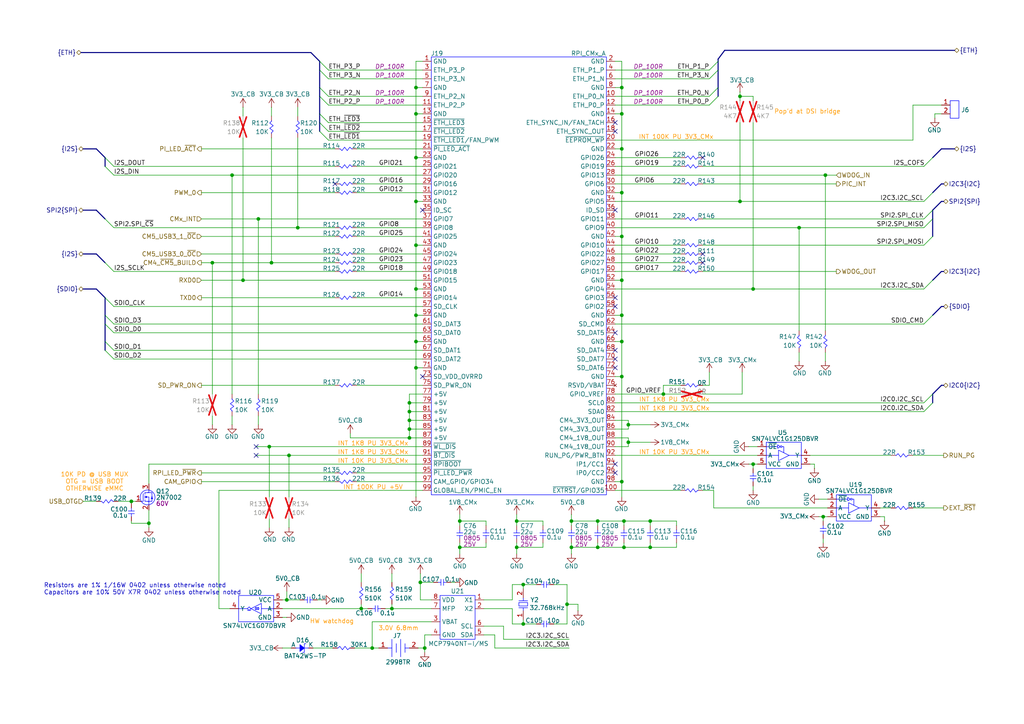
<source format=kicad_sch>
(kicad_sch (version 20250114) (generator "eeschema") (generator_version "9.0")
  (paper "A4")
  (title_block (title "RPI CMx Carrier") (date "2025-12-07") (rev "2.00-0A") (comment 1 "Jean-Francois Bilodeau") (comment 2 "P.Eng #6022173") (comment 3 "203-1690 Rue des quatre-saisons") (comment 4 "Sherbrooke, Canada, J1E0N2") (comment 5 "KiCad Rev 9.0") (comment 6 "TBD") (comment 7 "TBD") (comment 8 "WIP"))
  (bus_alias "I2C" (members "I2C_SDA" "I2C_SCL"))
  (bus_alias "I2S" (members "I2S_DOUT" "I2S_DIN" "I2S_SCLK" "I2S_COFS"))
  (bus_alias "SPI" (members "SPI_~{CS}" "SPI_CLK" "SPI_MOSI" "SPI_MISO"))
  (text "INT 1K8 PU 3V3_CMx" (at 195.58 116.078 0) (effects (font (size 1.27 1.27))))
  (text "Resistors are 1% 1/16W 0402 unless otherwise noted\nCapacitors are 10% 50V X7R 0402 unless otherwise noted" (at 12.7 170.942 0) (effects (font (size 1.27 1.27)) (justify left)))
  (text "HW watchdog" (at 96.266 180.34 0) (effects (font (size 1.27 1.27))))
  (text "INT 100K PU 3V3_CMx" (at 196.088 39.878 0) (effects (font (size 1.27 1.27))))
  (text "INT 10K PU 3V3_CMx" (at 108.204 133.858 0) (effects (font (size 1.27 1.27))))
  (text "INT 1K8 PU 3V3_CMx" (at 108.204 128.778 0) (effects (font (size 1.27 1.27))))
  (text "INT 10K PU 3V3_CMx" (at 195.58 131.318 0) (effects (font (size 1.27 1.27))))
  (text "INT 1K8 PU 3V3_CMx" (at 195.58 118.618 0) (effects (font (size 1.27 1.27))))
  (text "INT 1K8 PU 3V3_CMx" (at 108.204 131.318 0) (effects (font (size 1.27 1.27))))
  (text "10K PD @ USB MUX\nOTG = USB BOOT\nOTHERWISE eMMC" (at 27.432 139.827 0) (effects (font (size 1.27 1.27))))
  (text "3.0V 6.8mm\n" (at 115.57 182.372 0) (effects (font (size 1.27 1.27))))
  (text "INT 100K PU +5V" (at 108.204 141.478 0) (effects (font (size 1.27 1.27))))
  (text "Pop'd at DSI bridge" (at 234.188 32.512 0) (effects (font (size 1.27 1.27))))
  (junction (at 218.44 134.62))
  (junction (at 118.745 127))
  (junction (at 120.65 106.68))
  (junction (at 180.34 109.22))
  (junction (at 120.65 45.72))
  (junction (at 149.86 151.13))
  (junction (at 214.63 58.42))
  (junction (at 83.82 132.08))
  (junction (at 133.35 151.13))
  (junction (at 120.65 33.02))
  (junction (at 173.355 151.13))
  (junction (at 43.18 151.765))
  (junction (at 165.735 151.13))
  (junction (at 121.92 168.91))
  (junction (at 120.65 99.06))
  (junction (at 182.245 128.27))
  (junction (at 182.245 123.19))
  (junction (at 118.745 119.38))
  (junction (at 118.745 116.84))
  (junction (at 133.35 158.75))
  (junction (at 173.355 158.75))
  (junction (at 180.34 91.44))
  (junction (at 180.34 55.88))
  (junction (at 180.34 25.4))
  (junction (at 188.595 151.13))
  (junction (at 123.19 187.96))
  (junction (at 180.34 81.28))
  (junction (at 149.86 158.75))
  (junction (at 120.65 25.4))
  (junction (at 151.765 180.975))
  (junction (at 118.745 121.92))
  (junction (at 180.975 151.13))
  (junction (at 104.775 176.53))
  (junction (at 180.34 68.58))
  (junction (at 218.44 83.82))
  (junction (at 239.395 50.8))
  (junction (at 151.765 169.545))
  (junction (at 38.1 145.415))
  (junction (at 231.775 66.04))
  (junction (at 61.595 76.2))
  (junction (at 120.65 83.82))
  (junction (at 78.105 129.54))
  (junction (at 74.93 63.5))
  (junction (at 107.95 187.96))
  (junction (at 188.595 158.75))
  (junction (at 238.76 149.86))
  (junction (at 78.74 76.2))
  (junction (at 83.185 173.99))
  (junction (at 180.34 139.7))
  (junction (at 214.63 27.94))
  (junction (at 165.735 158.75))
  (junction (at 180.34 99.06))
  (junction (at 120.65 71.12))
  (junction (at 180.34 33.02))
  (junction (at 180.975 158.75))
  (junction (at 164.465 175.26))
  (junction (at 120.65 91.44))
  (junction (at 86.36 66.04))
  (junction (at 180.34 43.18))
  (junction (at 113.665 176.53))
  (junction (at 192.405 114.3))
  (junction (at 67.31 50.8))
  (junction (at 118.745 124.46))
  (junction (at 70.485 81.28))
  (junction (at 120.65 58.42))
  (no_connect (at 178.435 104.14))
  (no_connect (at 122.555 109.22))
  (no_connect (at 178.435 38.1))
  (no_connect (at 122.555 60.96))
  (no_connect (at 74.295 129.54))
  (no_connect (at 203.835 76.2))
  (no_connect (at 178.435 60.96))
  (no_connect (at 178.435 137.16))
  (no_connect (at 178.435 88.9))
  (no_connect (at 178.435 35.56))
  (no_connect (at 178.435 106.68))
  (no_connect (at 178.435 86.36))
  (no_connect (at 203.835 45.72))
  (no_connect (at 97.155 53.34))
  (no_connect (at 178.435 134.62))
  (no_connect (at 203.835 73.66))
  (no_connect (at 178.435 101.6))
  (no_connect (at 74.295 132.08))
  (no_connect (at 178.435 96.52))
  (bus_entry (at 270.51 116.84) (size -2.54 2.54))
  (bus_entry (at 92.71 17.78) (size 2.54 2.54))
  (bus_entry (at 30.48 93.98) (size 2.54 2.54))
  (bus_entry (at 208.28 25.4) (size -2.54 2.54))
  (bus_entry (at 270.51 63.5) (size -2.54 2.54))
  (bus_entry (at 270.51 60.96) (size -2.54 2.54))
  (bus_entry (at 92.71 20.32) (size 2.54 2.54))
  (bus_entry (at 208.28 27.94) (size -2.54 2.54))
  (bus_entry (at 30.48 99.06) (size 2.54 2.54))
  (bus_entry (at 270.51 68.58) (size -2.54 2.54))
  (bus_entry (at 30.48 45.72) (size 2.54 2.54))
  (bus_entry (at 92.71 33.02) (size 2.54 2.54))
  (bus_entry (at 30.48 91.44) (size 2.54 2.54))
  (bus_entry (at 30.48 48.26) (size 2.54 2.54))
  (bus_entry (at 270.51 55.88) (size -2.54 2.54))
  (bus_entry (at 270.51 91.44) (size -2.54 2.54))
  (bus_entry (at 270.51 45.72) (size -2.54 2.54))
  (bus_entry (at 270.51 114.3) (size -2.54 2.54))
  (bus_entry (at 30.48 76.2) (size 2.54 2.54))
  (bus_entry (at 30.48 86.36) (size 2.54 2.54))
  (bus_entry (at 30.48 101.6) (size 2.54 2.54))
  (bus_entry (at 270.51 81.28) (size -2.54 2.54))
  (bus_entry (at 208.28 20.32) (size -2.54 2.54))
  (bus_entry (at 92.71 35.56) (size 2.54 2.54))
  (bus_entry (at 92.71 27.94) (size 2.54 2.54))
  (bus_entry (at 30.48 63.5) (size 2.54 2.54))
  (bus_entry (at 92.71 38.1) (size 2.54 2.54))
  (bus_entry (at 92.71 25.4) (size 2.54 2.54))
  (bus_entry (at 208.28 17.78) (size -2.54 2.54))
  (wire (pts (xy 180.34 33.02) (xy 180.34 43.18)))
  (wire (pts (xy 180.975 151.13) (xy 188.595 151.13)))
  (bus (pts (xy 270.51 114.3) (xy 273.05 111.76)))
  (wire (pts (xy 118.745 114.3) (xy 122.555 114.3)))
  (wire (pts (xy 95.25 20.32) (xy 122.555 20.32)))
  (wire (pts (xy 214.63 58.42) (xy 267.97 58.42)))
  (wire (pts (xy 149.86 151.13) (xy 157.48 151.13)))
  (wire (pts (xy 63.5 142.24) (xy 122.555 142.24)))
  (bus (pts (xy 92.71 27.94) (xy 92.71 33.02)))
  (bus (pts (xy 30.48 99.06) (xy 30.48 101.6)))
  (bus (pts (xy 273.685 53.34) (xy 273.05 53.34)))
  (wire (pts (xy 143.51 187.96) (xy 165.1 187.96)))
  (wire (pts (xy 78.74 40.005) (xy 78.74 76.2)))
  (wire (pts (xy 264.795 147.32) (xy 273.685 147.32)))
  (wire (pts (xy 120.65 45.72) (xy 120.65 58.42)))
  (wire (pts (xy 61.595 120.65) (xy 61.595 123.19)))
  (wire (pts (xy 104.775 166.37) (xy 104.775 168.91)))
  (wire (pts (xy 118.745 127) (xy 122.555 127)))
  (wire (pts (xy 58.42 63.5) (xy 74.93 63.5)))
  (wire (pts (xy 151.765 170.815) (xy 151.765 169.545)))
  (wire (pts (xy 165.735 151.13) (xy 173.355 151.13)))
  (wire (pts (xy 81.915 187.96) (xy 84.455 187.96)))
  (bus (pts (xy 92.71 33.02) (xy 92.71 35.56)))
  (wire (pts (xy 157.48 157.48) (xy 157.48 158.75)))
  (wire (pts (xy 149.86 158.75) (xy 157.48 158.75)))
  (wire (pts (xy 92.075 173.99) (xy 93.345 173.99)))
  (wire (pts (xy 74.295 129.54) (xy 78.105 129.54)))
  (wire (pts (xy 239.395 102.235) (xy 239.395 104.775)))
  (wire (pts (xy 196.215 151.13) (xy 196.215 152.4)))
  (wire (pts (xy 125.095 184.15) (xy 123.19 184.15)))
  (bus (pts (xy 276.86 43.18) (xy 273.05 43.18)))
  (wire (pts (xy 86.36 31.115) (xy 86.36 33.655)))
  (wire (pts (xy 33.02 66.04) (xy 86.36 66.04)))
  (wire (pts (xy 95.25 27.94) (xy 122.555 27.94)))
  (wire (pts (xy 180.34 81.28) (xy 180.34 91.44)))
  (wire (pts (xy 218.44 27.94) (xy 218.44 29.21)))
  (wire (pts (xy 140.335 176.53) (xy 148.59 176.53)))
  (wire (pts (xy 78.105 129.54) (xy 122.555 129.54)))
  (wire (pts (xy 122.555 86.36) (xy 103.505 86.36)))
  (wire (pts (xy 74.93 63.5) (xy 122.555 63.5)))
  (wire (pts (xy 120.65 71.12) (xy 120.65 83.82)))
  (bus (pts (xy 273.05 78.74) (xy 270.51 81.28)))
  (wire (pts (xy 120.65 25.4) (xy 120.65 33.02)))
  (wire (pts (xy 120.65 106.68) (xy 122.555 106.68)))
  (wire (pts (xy 58.42 86.36) (xy 97.155 86.36)))
  (wire (pts (xy 103.505 48.26) (xy 122.555 48.26)))
  (wire (pts (xy 95.25 38.1) (xy 122.555 38.1)))
  (wire (pts (xy 113.665 166.37) (xy 113.665 168.91)))
  (wire (pts (xy 255.27 149.86) (xy 256.54 149.86)))
  (wire (pts (xy 148.59 169.545) (xy 151.765 169.545)))
  (bus (pts (xy 208.28 17.145) (xy 210.185 14.605)))
  (wire (pts (xy 146.05 185.42) (xy 165.1 185.42)))
  (wire (pts (xy 218.44 35.56) (xy 218.44 83.82)))
  (wire (pts (xy 107.95 180.34) (xy 107.95 187.96)))
  (wire (pts (xy 130.81 168.91) (xy 132.08 168.91)))
  (wire (pts (xy 165.735 152.4) (xy 165.735 151.13)))
  (wire (pts (xy 133.35 158.75) (xy 133.35 160.655)))
  (wire (pts (xy 231.775 66.04) (xy 267.97 66.04)))
  (wire (pts (xy 24.13 145.415) (xy 27.94 145.415)))
  (wire (pts (xy 140.97 152.4) (xy 140.97 151.13)))
  (wire (pts (xy 264.795 132.08) (xy 273.685 132.08)))
  (wire (pts (xy 58.42 76.2) (xy 61.595 76.2)))
  (wire (pts (xy 218.44 140.97) (xy 218.44 142.24)))
  (wire (pts (xy 180.34 91.44) (xy 180.34 99.06)))
  (wire (pts (xy 178.435 25.4) (xy 180.34 25.4)))
  (wire (pts (xy 180.34 43.18) (xy 180.34 55.88)))
  (wire (pts (xy 238.76 149.86) (xy 240.03 149.86)))
  (wire (pts (xy 178.435 63.5) (xy 197.485 63.5)))
  (wire (pts (xy 178.435 127) (xy 182.245 127)))
  (wire (pts (xy 103.505 78.74) (xy 122.555 78.74)))
  (wire (pts (xy 83.82 132.08) (xy 83.82 144.145)))
  (wire (pts (xy 102.87 187.96) (xy 107.95 187.96)))
  (wire (pts (xy 178.435 99.06) (xy 180.34 99.06)))
  (wire (pts (xy 182.245 123.19) (xy 188.595 123.19)))
  (wire (pts (xy 178.435 73.66) (xy 197.485 73.66)))
  (wire (pts (xy 43.18 134.62) (xy 43.18 140.335)))
  (wire (pts (xy 95.25 22.86) (xy 122.555 22.86)))
  (wire (pts (xy 61.595 76.2) (xy 61.595 114.3)))
  (wire (pts (xy 188.595 157.48) (xy 188.595 158.75)))
  (wire (pts (xy 151.765 179.705) (xy 151.765 180.975)))
  (wire (pts (xy 34.29 145.415) (xy 38.1 145.415)))
  (wire (pts (xy 122.555 73.66) (xy 103.505 73.66)))
  (wire (pts (xy 180.34 99.06) (xy 180.34 109.22)))
  (wire (pts (xy 149.86 158.75) (xy 149.86 157.48)))
  (wire (pts (xy 178.435 116.84) (xy 267.97 116.84)))
  (wire (pts (xy 120.65 33.02) (xy 122.555 33.02)))
  (wire (pts (xy 178.435 129.54) (xy 182.245 129.54)))
  (wire (pts (xy 101.6 127) (xy 118.745 127)))
  (wire (pts (xy 118.745 116.84) (xy 122.555 116.84)))
  (wire (pts (xy 178.435 68.58) (xy 180.34 68.58)))
  (wire (pts (xy 86.36 40.005) (xy 86.36 66.04)))
  (wire (pts (xy 38.1 151.13) (xy 38.1 151.765)))
  (wire (pts (xy 215.265 107.95) (xy 215.265 114.3)))
  (bus (pts (xy 273.05 111.76) (xy 273.685 111.76)))
  (wire (pts (xy 207.01 142.24) (xy 207.01 147.32)))
  (bus (pts (xy 208.28 25.4) (xy 208.28 27.94)))
  (wire (pts (xy 90.805 187.96) (xy 96.52 187.96)))
  (wire (pts (xy 234.95 132.08) (xy 258.445 132.08)))
  (wire (pts (xy 173.355 158.75) (xy 180.975 158.75)))
  (bus (pts (xy 208.28 17.78) (xy 208.28 20.32)))
  (wire (pts (xy 173.355 151.13) (xy 180.975 151.13)))
  (wire (pts (xy 78.105 150.495) (xy 78.105 153.035)))
  (wire (pts (xy 188.595 151.13) (xy 188.595 152.4)))
  (wire (pts (xy 120.65 45.72) (xy 122.555 45.72)))
  (wire (pts (xy 178.435 91.44) (xy 180.34 91.44)))
  (wire (pts (xy 178.435 58.42) (xy 214.63 58.42)))
  (wire (pts (xy 122.555 68.58) (xy 103.505 68.58)))
  (wire (pts (xy 180.34 68.58) (xy 180.34 81.28)))
  (wire (pts (xy 120.65 17.78) (xy 120.65 25.4)))
  (wire (pts (xy 120.65 71.12) (xy 122.555 71.12)))
  (wire (pts (xy 120.65 83.82) (xy 122.555 83.82)))
  (wire (pts (xy 165.735 158.75) (xy 165.735 160.655)))
  (wire (pts (xy 178.435 132.08) (xy 219.71 132.08)))
  (bus (pts (xy 23.495 15.24) (xy 90.17 15.24)))
  (wire (pts (xy 178.435 50.8) (xy 239.395 50.8)))
  (bus (pts (xy 27.94 43.18) (xy 30.48 45.72)))
  (bus (pts (xy 24.13 83.82) (xy 27.94 83.82)))
  (wire (pts (xy 67.31 120.65) (xy 67.31 123.19)))
  (wire (pts (xy 205.74 27.94) (xy 178.435 27.94)))
  (wire (pts (xy 148.59 176.53) (xy 148.59 180.975)))
  (wire (pts (xy 238.76 149.86) (xy 238.76 151.13)))
  (wire (pts (xy 180.34 55.88) (xy 180.34 68.58)))
  (wire (pts (xy 95.25 30.48) (xy 122.555 30.48)))
  (wire (pts (xy 111.76 176.53) (xy 113.665 176.53)))
  (wire (pts (xy 120.65 99.06) (xy 122.555 99.06)))
  (wire (pts (xy 203.835 142.24) (xy 207.01 142.24)))
  (wire (pts (xy 214.63 35.56) (xy 214.63 58.42)))
  (bus (pts (xy 273.05 78.74) (xy 273.685 78.74)))
  (wire (pts (xy 239.395 50.8) (xy 239.395 95.885)))
  (wire (pts (xy 182.245 127) (xy 182.245 128.27)))
  (bus (pts (xy 30.48 45.72) (xy 30.48 48.26)))
  (wire (pts (xy 74.93 120.65) (xy 74.93 123.19)))
  (bus (pts (xy 273.05 53.34) (xy 270.51 55.88)))
  (wire (pts (xy 58.42 81.28) (xy 70.485 81.28)))
  (wire (pts (xy 58.42 55.88) (xy 97.155 55.88)))
  (bus (pts (xy 273.05 43.18) (xy 270.51 45.72)))
  (wire (pts (xy 178.435 71.12) (xy 197.485 71.12)))
  (wire (pts (xy 121.92 166.37) (xy 121.92 168.91)))
  (wire (pts (xy 188.595 151.13) (xy 196.215 151.13)))
  (wire (pts (xy 178.435 121.92) (xy 182.245 121.92)))
  (wire (pts (xy 104.775 175.26) (xy 104.775 176.53)))
  (wire (pts (xy 167.64 175.26) (xy 167.64 177.165)))
  (bus (pts (xy 208.28 20.32) (xy 208.28 25.4)))
  (wire (pts (xy 178.435 119.38) (xy 267.97 119.38)))
  (wire (pts (xy 205.74 107.95) (xy 205.74 111.76)))
  (wire (pts (xy 104.775 176.53) (xy 106.68 176.53)))
  (wire (pts (xy 214.63 27.94) (xy 214.63 29.21)))
  (bus (pts (xy 30.48 86.36) (xy 30.48 91.44)))
  (wire (pts (xy 164.465 175.26) (xy 167.64 175.26)))
  (wire (pts (xy 151.765 169.545) (xy 155.575 169.545)))
  (bus (pts (xy 273.685 58.42) (xy 273.05 58.42)))
  (wire (pts (xy 67.31 50.8) (xy 122.555 50.8)))
  (bus (pts (xy 30.48 91.44) (xy 30.48 93.98)))
  (wire (pts (xy 113.665 175.26) (xy 113.665 176.53)))
  (wire (pts (xy 192.405 111.76) (xy 197.485 111.76)))
  (bus (pts (xy 92.71 20.32) (xy 92.71 25.4)))
  (wire (pts (xy 178.435 66.04) (xy 231.775 66.04)))
  (wire (pts (xy 149.86 158.75) (xy 149.86 160.655)))
  (wire (pts (xy 182.245 128.27) (xy 182.245 129.54)))
  (wire (pts (xy 95.25 35.56) (xy 122.555 35.56)))
  (wire (pts (xy 255.27 147.32) (xy 258.445 147.32)))
  (wire (pts (xy 180.34 17.78) (xy 180.34 25.4)))
  (wire (pts (xy 149.86 152.4) (xy 149.86 151.13)))
  (wire (pts (xy 178.435 83.82) (xy 218.44 83.82)))
  (wire (pts (xy 103.505 137.16) (xy 122.555 137.16)))
  (wire (pts (xy 33.02 78.74) (xy 97.155 78.74)))
  (wire (pts (xy 140.97 157.48) (xy 140.97 158.75)))
  (wire (pts (xy 43.18 134.62) (xy 122.555 134.62)))
  (bus (pts (xy 208.28 17.78) (xy 208.28 17.145)))
  (wire (pts (xy 70.485 31.115) (xy 70.485 33.655)))
  (wire (pts (xy 97.155 43.18) (xy 58.42 43.18)))
  (wire (pts (xy 165.735 149.225) (xy 165.735 151.13)))
  (wire (pts (xy 178.435 53.34) (xy 197.485 53.34)))
  (wire (pts (xy 173.355 157.48) (xy 173.355 158.75)))
  (wire (pts (xy 78.105 129.54) (xy 78.105 144.145)))
  (wire (pts (xy 70.485 40.005) (xy 70.485 81.28)))
  (wire (pts (xy 178.435 17.78) (xy 180.34 17.78)))
  (wire (pts (xy 267.97 48.26) (xy 203.835 48.26)))
  (wire (pts (xy 140.335 173.99) (xy 148.59 173.99)))
  (wire (pts (xy 78.74 76.2) (xy 97.155 76.2)))
  (wire (pts (xy 146.05 181.61) (xy 140.335 181.61)))
  (wire (pts (xy 33.02 88.9) (xy 122.555 88.9)))
  (wire (pts (xy 95.25 40.64) (xy 122.555 40.64)))
  (wire (pts (xy 33.02 101.6) (xy 122.555 101.6)))
  (wire (pts (xy 146.05 185.42) (xy 146.05 181.61)))
  (wire (pts (xy 264.795 30.48) (xy 264.795 40.64)))
  (wire (pts (xy 182.245 121.92) (xy 182.245 123.19)))
  (wire (pts (xy 63.5 142.24) (xy 63.5 176.53)))
  (wire (pts (xy 182.245 128.27) (xy 188.595 128.27)))
  (wire (pts (xy 148.59 173.99) (xy 148.59 169.545)))
  (wire (pts (xy 121.92 173.99) (xy 125.095 173.99)))
  (wire (pts (xy 123.19 184.15) (xy 123.19 187.96)))
  (wire (pts (xy 33.02 50.8) (xy 67.31 50.8)))
  (wire (pts (xy 205.74 22.86) (xy 178.435 22.86)))
  (wire (pts (xy 237.49 144.78) (xy 240.03 144.78)))
  (wire (pts (xy 122.555 53.34) (xy 103.505 53.34)))
  (wire (pts (xy 203.835 71.12) (xy 267.97 71.12)))
  (wire (pts (xy 133.35 151.13) (xy 140.97 151.13)))
  (wire (pts (xy 43.18 147.955) (xy 43.18 151.765)))
  (wire (pts (xy 120.65 17.78) (xy 122.555 17.78)))
  (bus (pts (xy 24.13 73.66) (xy 27.94 73.66)))
  (wire (pts (xy 165.735 158.75) (xy 165.735 157.48)))
  (bus (pts (xy 276.86 14.605) (xy 210.185 14.605)))
  (wire (pts (xy 178.435 124.46) (xy 182.245 124.46)))
  (wire (pts (xy 203.835 111.76) (xy 205.74 111.76)))
  (bus (pts (xy 270.51 63.5) (xy 270.51 68.58)))
  (wire (pts (xy 165.735 158.75) (xy 173.355 158.75)))
  (bus (pts (xy 92.71 35.56) (xy 92.71 38.1)))
  (wire (pts (xy 33.02 93.98) (xy 122.555 93.98)))
  (wire (pts (xy 164.465 169.545) (xy 164.465 175.26)))
  (wire (pts (xy 118.745 121.92) (xy 122.555 121.92)))
  (wire (pts (xy 103.505 139.7) (xy 122.555 139.7)))
  (wire (pts (xy 231.775 66.04) (xy 231.775 95.885)))
  (bus (pts (xy 27.94 83.82) (xy 30.48 86.36)))
  (wire (pts (xy 120.65 99.06) (xy 120.65 106.68)))
  (bus (pts (xy 27.94 73.66) (xy 30.48 76.2)))
  (wire (pts (xy 103.505 111.76) (xy 122.555 111.76)))
  (wire (pts (xy 83.82 150.495) (xy 83.82 153.035)))
  (wire (pts (xy 120.65 91.44) (xy 120.65 99.06)))
  (wire (pts (xy 178.435 40.64) (xy 264.795 40.64)))
  (wire (pts (xy 120.65 33.02) (xy 120.65 45.72)))
  (wire (pts (xy 121.92 168.91) (xy 121.92 173.99)))
  (wire (pts (xy 67.31 50.8) (xy 67.31 114.3)))
  (wire (pts (xy 63.5 176.53) (xy 66.675 176.53)))
  (wire (pts (xy 196.215 157.48) (xy 196.215 158.75)))
  (wire (pts (xy 271.145 33.02) (xy 273.05 33.02)))
  (wire (pts (xy 178.435 139.7) (xy 180.34 139.7)))
  (wire (pts (xy 121.92 168.91) (xy 125.73 168.91)))
  (wire (pts (xy 217.17 129.54) (xy 219.71 129.54)))
  (wire (pts (xy 218.44 134.62) (xy 218.44 135.89)))
  (wire (pts (xy 214.63 27.94) (xy 218.44 27.94)))
  (wire (pts (xy 118.745 124.46) (xy 118.745 127)))
  (wire (pts (xy 133.35 149.225) (xy 133.35 151.13)))
  (wire (pts (xy 97.155 66.04) (xy 86.36 66.04)))
  (wire (pts (xy 58.42 139.7) (xy 97.155 139.7)))
  (wire (pts (xy 178.435 78.74) (xy 197.485 78.74)))
  (wire (pts (xy 81.915 179.07) (xy 83.185 179.07)))
  (wire (pts (xy 33.02 48.26) (xy 97.155 48.26)))
  (bus (pts (xy 273.05 58.42) (xy 270.51 60.96)))
  (wire (pts (xy 242.57 53.34) (xy 203.835 53.34)))
  (wire (pts (xy 242.57 78.74) (xy 203.835 78.74)))
  (wire (pts (xy 214.63 26.67) (xy 214.63 27.94)))
  (wire (pts (xy 38.1 151.765) (xy 43.18 151.765)))
  (wire (pts (xy 231.775 102.235) (xy 231.775 104.775)))
  (wire (pts (xy 33.02 104.14) (xy 122.555 104.14)))
  (bus (pts (xy 30.48 93.98) (xy 30.48 99.06)))
  (wire (pts (xy 113.665 176.53) (xy 125.095 176.53)))
  (wire (pts (xy 151.765 180.975) (xy 155.575 180.975)))
  (wire (pts (xy 178.435 33.02) (xy 180.34 33.02)))
  (bus (pts (xy 273.685 88.9) (xy 273.05 88.9)))
  (bus (pts (xy 24.13 43.18) (xy 27.94 43.18)))
  (wire (pts (xy 180.34 25.4) (xy 180.34 33.02)))
  (wire (pts (xy 203.835 63.5) (xy 267.97 63.5)))
  (wire (pts (xy 38.1 145.415) (xy 38.1 146.05)))
  (wire (pts (xy 238.76 156.21) (xy 238.76 157.48)))
  (wire (pts (xy 236.22 134.62) (xy 236.22 135.89)))
  (wire (pts (xy 121.285 187.96) (xy 123.19 187.96)))
  (wire (pts (xy 239.395 50.8) (xy 242.57 50.8)))
  (wire (pts (xy 58.42 137.16) (xy 97.155 137.16)))
  (wire (pts (xy 58.42 73.66) (xy 97.155 73.66)))
  (wire (pts (xy 103.505 66.04) (xy 122.555 66.04)))
  (bus (pts (xy 270.51 60.96) (xy 270.51 63.5)))
  (wire (pts (xy 107.95 180.34) (xy 125.095 180.34)))
  (wire (pts (xy 43.18 151.765) (xy 43.18 153.035)))
  (bus (pts (xy 90.17 15.24) (xy 92.71 17.78)))
  (wire (pts (xy 33.02 96.52) (xy 122.555 96.52)))
  (wire (pts (xy 118.745 116.84) (xy 118.745 119.38)))
  (bus (pts (xy 273.05 88.9) (xy 270.51 91.44)))
  (wire (pts (xy 180.34 109.22) (xy 180.34 139.7)))
  (wire (pts (xy 103.505 76.2) (xy 122.555 76.2)))
  (wire (pts (xy 267.97 93.98) (xy 178.435 93.98)))
  (wire (pts (xy 78.74 76.2) (xy 61.595 76.2)))
  (wire (pts (xy 118.745 119.38) (xy 122.555 119.38)))
  (wire (pts (xy 178.435 142.24) (xy 197.485 142.24)))
  (wire (pts (xy 143.51 187.96) (xy 143.51 184.15)))
  (wire (pts (xy 264.795 30.48) (xy 273.05 30.48)))
  (wire (pts (xy 205.74 20.32) (xy 178.435 20.32)))
  (wire (pts (xy 120.65 106.68) (xy 120.65 144.145)))
  (bus (pts (xy 270.51 114.3) (xy 270.51 116.84)))
  (wire (pts (xy 197.485 48.26) (xy 178.435 48.26)))
  (wire (pts (xy 180.34 139.7) (xy 180.34 144.145)))
  (wire (pts (xy 38.1 145.415) (xy 39.37 145.415)))
  (wire (pts (xy 218.44 83.82) (xy 267.97 83.82)))
  (wire (pts (xy 178.435 114.3) (xy 192.405 114.3)))
  (wire (pts (xy 180.975 158.75) (xy 188.595 158.75)))
  (wire (pts (xy 178.435 45.72) (xy 197.485 45.72)))
  (bus (pts (xy 27.94 60.96) (xy 30.48 63.5)))
  (wire (pts (xy 120.65 58.42) (xy 120.65 71.12)))
  (wire (pts (xy 109.855 187.96) (xy 107.95 187.96)))
  (wire (pts (xy 58.42 68.58) (xy 97.155 68.58)))
  (wire (pts (xy 164.465 175.26) (xy 164.465 180.975)))
  (wire (pts (xy 74.295 132.08) (xy 83.82 132.08)))
  (wire (pts (xy 271.145 33.02) (xy 271.145 34.29)))
  (wire (pts (xy 122.555 43.18) (xy 103.505 43.18)))
  (wire (pts (xy 78.74 31.115) (xy 78.74 33.655)))
  (wire (pts (xy 58.42 111.76) (xy 97.155 111.76)))
  (wire (pts (xy 157.48 152.4) (xy 157.48 151.13)))
  (wire (pts (xy 118.745 121.92) (xy 118.745 124.46)))
  (wire (pts (xy 81.915 173.99) (xy 83.185 173.99)))
  (wire (pts (xy 237.49 149.86) (xy 238.76 149.86)))
  (wire (pts (xy 120.65 58.42) (xy 122.555 58.42)))
  (wire (pts (xy 120.65 91.44) (xy 122.555 91.44)))
  (wire (pts (xy 178.435 109.22) (xy 180.34 109.22)))
  (wire (pts (xy 180.975 157.48) (xy 180.975 158.75)))
  (wire (pts (xy 123.19 187.96) (xy 123.19 189.23)))
  (wire (pts (xy 234.95 134.62) (xy 236.22 134.62)))
  (wire (pts (xy 192.405 114.3) (xy 197.485 114.3)))
  (wire (pts (xy 178.435 55.88) (xy 180.34 55.88)))
  (wire (pts (xy 120.65 83.82) (xy 120.65 91.44)))
  (wire (pts (xy 192.405 111.76) (xy 192.405 114.3)))
  (wire (pts (xy 83.185 173.99) (xy 86.995 173.99)))
  (wire (pts (xy 143.51 184.15) (xy 140.335 184.15)))
  (wire (pts (xy 148.59 180.975) (xy 151.765 180.975)))
  (wire (pts (xy 81.915 176.53) (xy 104.775 176.53)))
  (bus (pts (xy 24.13 60.96) (xy 27.94 60.96)))
  (wire (pts (xy 178.435 81.28) (xy 180.34 81.28)))
  (wire (pts (xy 178.435 76.2) (xy 197.485 76.2)))
  (bus (pts (xy 92.71 25.4) (xy 92.71 27.94)))
  (wire (pts (xy 83.185 171.45) (xy 83.185 173.99)))
  (wire (pts (xy 118.745 119.38) (xy 118.745 121.92)))
  (wire (pts (xy 133.35 158.75) (xy 140.97 158.75)))
  (wire (pts (xy 205.74 30.48) (xy 178.435 30.48)))
  (wire (pts (xy 207.01 147.32) (xy 240.03 147.32)))
  (wire (pts (xy 83.82 132.08) (xy 122.555 132.08)))
  (wire (pts (xy 188.595 158.75) (xy 196.215 158.75)))
  (wire (pts (xy 122.555 55.88) (xy 103.505 55.88)))
  (wire (pts (xy 182.245 123.19) (xy 182.245 124.46)))
  (wire (pts (xy 256.54 149.86) (xy 256.54 151.13)))
  (wire (pts (xy 133.35 152.4) (xy 133.35 151.13)))
  (wire (pts (xy 101.6 125.73) (xy 101.6 127)))
  (wire (pts (xy 217.17 134.62) (xy 218.44 134.62)))
  (wire (pts (xy 118.745 124.46) (xy 122.555 124.46)))
  (wire (pts (xy 118.745 114.3) (xy 118.745 116.84)))
  (wire (pts (xy 133.35 158.75) (xy 133.35 157.48)))
  (wire (pts (xy 74.93 63.5) (xy 74.93 114.3)))
  (wire (pts (xy 178.435 43.18) (xy 180.34 43.18)))
  (wire (pts (xy 218.44 134.62) (xy 219.71 134.62)))
  (bus (pts (xy 92.71 17.78) (xy 92.71 20.32)))
  (wire (pts (xy 173.355 152.4) (xy 173.355 151.13)))
  (wire (pts (xy 149.86 149.225) (xy 149.86 151.13)))
  (wire (pts (xy 70.485 81.28) (xy 122.555 81.28)))
  (wire (pts (xy 160.655 180.975) (xy 164.465 180.975)))
  (wire (pts (xy 120.65 25.4) (xy 122.555 25.4)))
  (wire (pts (xy 180.975 151.13) (xy 180.975 152.4)))
  (wire (pts (xy 203.835 114.3) (xy 215.265 114.3)))
  (wire (pts (xy 160.655 169.545) (xy 164.465 169.545)))
  (label "I2C0.I2C_SCL" (at 255.27 116.84 0))
  (label "GPIO18" (at 109.855 78.74 0))
  (label "GPIO23" (at 109.855 76.2 0))
  (label "GPIO25" (at 109.855 68.58 0))
  (label "SDIO_D2" (at 33.02 104.14 0))
  (label "ETH_P1_P" (at 205.74 20.32 180) (property "Netclass" "DP_100R" (at 192.278 19.304 0) (effects (font (italic yes)) (justify right))))
  (label "SDIO_CLK" (at 33.02 88.9 0))
  (label "I2C3.I2C_SCL" (at 165.1 185.42 180))
  (label "ETH_P2_N" (at 95.25 27.94 0) (property "Netclass" "DP_100R" (at 108.712 26.924 0) (effects (font (italic yes)) (justify left))))
  (label "ETH_~{LED2}" (at 95.25 38.1 0))
  (label "GPIO6" (at 189.865 53.34 180))
  (label "I2S_DOUT" (at 33.02 48.26 0))
  (label "GPIO16" (at 109.855 53.34 0))
  (label "GPIO22" (at 191.135 73.66 180))
  (label "GPIO10" (at 191.135 71.12 180))
  (label "SDIO_CMD" (at 267.97 93.98 180))
  (label "GPIO26" (at 191.135 45.72 180))
  (label "GPIO17" (at 191.135 78.74 180))
  (label "GPIO8" (at 109.855 66.04 0))
  (label "GPIO24" (at 109.855 73.66 0))
  (label "SPI2.SPI_MISO" (at 267.97 66.04 180))
  (label "I2S_DIN" (at 33.02 50.8 0))
  (label "ETH_P3_N" (at 95.25 22.86 0) (property "Netclass" "DP_100R" (at 108.712 21.844 0) (effects (font (italic yes)) (justify left))))
  (label "SPI2.SPI_~{CS}" (at 33.02 66.04 0))
  (label "I2C3.I2C_SDA" (at 255.27 83.82 0))
  (label "GPIO11" (at 191.135 63.5 180))
  (label "I2C0.I2C_SDA" (at 255.27 119.38 0))
  (label "I2S_SCLK" (at 33.02 78.74 0))
  (label "SPI2.SPI_MOSI" (at 267.97 71.12 180))
  (label "ETH_P2_P" (at 95.25 30.48 0) (property "Netclass" "DP_100R" (at 108.712 29.464 0) (effects (font (italic yes)) (justify left))))
  (label "GPIO14" (at 109.855 86.36 0))
  (label "SDIO_D0" (at 33.02 96.52 0))
  (label "ETH_~{LED1}" (at 95.25 40.64 0))
  (label "SDIO_D3" (at 33.02 93.98 0))
  (label "SDIO_D1" (at 33.02 101.6 0))
  (label "ETH_P3_N" (at 205.74 22.86 180) (property "Netclass" "DP_100R" (at 192.278 21.844 0) (effects (font (italic yes)) (justify right))))
  (label "GPIO19" (at 191.135 48.26 180))
  (label "GPIO27" (at 191.135 76.2 180))
  (label "SPI2.SPI_CLK" (at 267.97 63.5 180))
  (label "ETH_P0_P" (at 205.74 30.48 180) (property "Netclass" "DP_100R" (at 192.278 29.464 0) (effects (font (italic yes)) (justify right))))
  (label "ETH_~{LED3}" (at 95.25 35.56 0))
  (label "I2S_COFS" (at 259.08 48.26 0))
  (label "I2C3.I2C_SCL" (at 255.27 58.42 0))
  (label "I2C3.I2C_SDA" (at 165.1 187.96 180))
  (label "GPIO21" (at 109.855 48.26 0))
  (label "ETH_P0_N" (at 205.74 27.94 180) (property "Netclass" "DP_100R" (at 192.278 26.924 0) (effects (font (italic yes)) (justify right))))
  (label "ETH_P3_P" (at 95.25 20.32 0) (property "Netclass" "DP_100R" (at 108.712 19.304 0) (effects (font (italic yes)) (justify left))))
  (label "GPIO12" (at 109.855 55.88 0))
  (label "GPIO_VREF" (at 191.77 114.3 180))
  (hierarchical_label "EXT_~{RST}" (shape output) (at 273.685 147.32 0))
  (hierarchical_label "USB_OTG" (shape input) (at 24.13 145.415 180))
  (hierarchical_label "I2C0{I2C}" (shape bidirectional) (at 273.685 111.76 0))
  (hierarchical_label "I2C3{I2C}" (shape bidirectional) (at 273.685 53.34 0))
  (hierarchical_label "CMx_INT" (shape input) (at 58.42 63.5 180))
  (hierarchical_label "PI_LED_~{ACT}" (shape output) (at 58.42 43.18 180))
  (hierarchical_label "{I2S}" (shape bidirectional) (at 24.13 43.18 180))
  (hierarchical_label "I2C3{I2C}" (shape bidirectional) (at 273.685 78.74 0))
  (hierarchical_label "RUN_PG" (shape output) (at 273.685 132.08 0))
  (hierarchical_label "{ETH}" (shape bidirectional) (at 23.495 15.24 180))
  (hierarchical_label "CM5_USB3_0_~{OC}" (shape input) (at 58.42 73.66 180))
  (hierarchical_label "SPI2{SPI}" (shape bidirectional) (at 273.685 58.42 0))
  (hierarchical_label "PWM_0" (shape output) (at 58.42 55.88 180))
  (hierarchical_label "{SDIO}" (shape bidirectional) (at 24.13 83.82 180))
  (hierarchical_label "SPI2{SPI}" (shape bidirectional) (at 24.13 60.96 180))
  (hierarchical_label "SD_PWR_ON" (shape output) (at 58.42 111.76 180))
  (hierarchical_label "WDOG_IN" (shape input) (at 242.57 50.8 0))
  (hierarchical_label "CM5_USB3_1_~{OC}" (shape input) (at 58.42 68.58 180))
  (hierarchical_label "CM4_~{CM5}_BUILD" (shape output) (at 58.42 76.2 180))
  (hierarchical_label "WDOG_OUT" (shape output) (at 242.57 78.74 0))
  (hierarchical_label "{ETH}" (shape bidirectional) (at 276.86 14.605 0))
  (hierarchical_label "PIC_INT" (shape output) (at 242.57 53.34 0))
  (hierarchical_label "CAM_GPIO" (shape output) (at 58.42 139.7 180))
  (hierarchical_label "RPI_LED_~{PWR}" (shape output) (at 58.42 137.16 180))
  (hierarchical_label "{SDIO}" (shape bidirectional) (at 273.685 88.9 0))
  (hierarchical_label "{I2S}" (shape bidirectional) (at 276.86 43.18 0))
  (hierarchical_label "RXD0" (shape input) (at 58.42 81.28 180))
  (hierarchical_label "TXD0" (shape output) (at 58.42 86.36 180))
  (hierarchical_label "{I2S}" (shape bidirectional) (at 24.13 73.66 180))
  (symbol (lib_id "KicadCompDb:Resistors/RES_SMT_00015") (at 198.755 142.24 0) (unit 1)
    (property "Reference" "R154" (at 204.851 141.351 0))
    (property "Value" "22R" (at 196.977 141.351 0))
    (property "Footprint" "footprint:RES_0402" (effects (hide yes)))
    (property "Datasheet" "https://www.yageogroup.com/content/datasheet/asset/file/PYU-RC_GROUP_51_ROHS_L" (effects (hide yes)))
    (property "Description" "RES 22 OHM 1% 1/16W 0402" (effects (hide yes)))
    (property "Tolerance" "1%" (effects (hide yes)))
    (property "Power" "1/16W" (effects (hide yes)))
    (property "Package" "0402" (effects (hide yes)))
    (property "Manufacturer" "YAGEO" (effects (hide yes)))
    (property "Manufacturer Part Number" "RC0402FR-0722RL" (effects (hide yes)))
    (property "Distributor" "DigiKey" (effects (hide yes)))
    (property "Distributor Part Number" "311-22.0LRCT-ND" (effects (hide yes)))
    (property "Temperature Coefficient" "±100ppm/°C" (effects (hide yes)))
    (property "Operating Temperature" "-55°C ~ 155°C" (effects (hide yes)))
    (property "Type" "RES SMT" (effects (hide yes)))
    (property "Dimensions" "1.00mm x 0.50mm" (effects (hide yes)))
  )
  (symbol (lib_id "KicadCompDb:Resistors/RES_SMT_00015") (at 102.235 111.76 0) (mirror y) (unit 1)
    (property "Reference" "R137" (at 96.139 110.871 0))
    (property "Value" "22R" (at 104.013 110.871 0))
    (property "Footprint" "footprint:RES_0402" (effects (hide yes)))
    (property "Datasheet" "https://www.yageogroup.com/content/datasheet/asset/file/PYU-RC_GROUP_51_ROHS_L" (effects (hide yes)))
    (property "Description" "RES 22 OHM 1% 1/16W 0402" (effects (hide yes)))
    (property "Tolerance" "1%" (effects (hide yes)))
    (property "Power" "1/16W" (effects (hide yes)))
    (property "Package" "0402" (effects (hide yes)))
    (property "Manufacturer" "YAGEO" (effects (hide yes)))
    (property "Manufacturer Part Number" "RC0402FR-0722RL" (effects (hide yes)))
    (property "Distributor" "DigiKey" (effects (hide yes)))
    (property "Distributor Part Number" "311-22.0LRCT-ND" (effects (hide yes)))
    (property "Temperature Coefficient" "±100ppm/°C" (effects (hide yes)))
    (property "Operating Temperature" "-55°C ~ 155°C" (effects (hide yes)))
    (property "Type" "RES SMT" (effects (hide yes)))
    (property "Dimensions" "1.00mm x 0.50mm" (effects (hide yes)))
  )
  (symbol (lib_id "KiCad_Pwr_Symbols:GND") (at 133.35 160.655 0) (unit 1)
    (property "Reference" "#PWR0211" (effects (hide yes)))
    (property "Value" "GND" (at 133.35 164.211 0))
    (property "Description" "Power symbol creates a global label with name \"GND\" , ground" (effects (hide yes)))
  )
  (symbol (lib_id "KicadCompDb:Connector/CONN_00003") (at 275.59 29.21 0) (unit 1)
    (property "Reference" "J6" (at 278.765 31.877 0) (effects (justify left)))
    (property "Value" "M20-9990245" (effects (hide yes)))
    (property "Footprint" "footprint:HEADER_2P_2_54MM" (effects (hide yes)))
    (property "Datasheet" "https://content.harwin.com/m/847482046069c548/original/PD008-Product-Datasheet-INDESS-range-M20-and-M22-BBi.pdf" (effects (hide yes)))
    (property "Description" "CONN HEADER VERT 2POS 2.54MM" (effects (hide yes)))
    (property "Type" "HEADER" (effects (hide yes)))
    (property "Gender" "MALE" (effects (hide yes)))
    (property "Pitch" "2.54mm" (effects (hide yes)))
    (property "Positions" "2" (effects (hide yes)))
    (property "Rows" "1" (effects (hide yes)))
    (property "Shrouding" "UNSHROUDED" (effects (hide yes)))
    (property "Mounting Type" "THT" (effects (hide yes)))
    (property "Termination" "SOLDER" (effects (hide yes)))
    (property "Contact Length (Total)" "11.68mm" (effects (hide yes)))
    (property "Contact Material" "Brass" (effects (hide yes)))
    (property "Contact Finish" "Gold" (effects (hide yes)))
    (property "Current Rating" "3A" (effects (hide yes)))
    (property "Voltage Rating" "250V" (effects (hide yes)))
    (property "Operating Temperature" "-40°C ~ 105°C" (effects (hide yes)))
    (property "Dimensions" "5.08mm x 2.54mm x 11.68mm" (effects (hide yes)))
    (property "Manufacturer" "Harwin Inc." (effects (hide yes)))
    (property "Manufacturer Part Number" "M20-9990245" (effects (hide yes)))
    (property "Distributor" "DigiKey" (effects (hide yes)))
    (property "Distributor Part Number" "952-2261-ND" (effects (hide yes)))
  )
  (symbol (lib_id "KicadCompDb:Resistors/RES_SMT_00015") (at 198.755 73.66 0) (unit 1)
    (property "Reference" "R111" (at 204.851 72.771 0))
    (property "Value" "22R" (at 196.977 72.771 0))
    (property "Footprint" "footprint:RES_0402" (effects (hide yes)))
    (property "Datasheet" "https://www.yageogroup.com/content/datasheet/asset/file/PYU-RC_GROUP_51_ROHS_L" (effects (hide yes)))
    (property "Description" "RES 22 OHM 1% 1/16W 0402" (effects (hide yes)))
    (property "Tolerance" "1%" (effects (hide yes)))
    (property "Power" "1/16W" (effects (hide yes)))
    (property "Package" "0402" (effects (hide yes)))
    (property "Manufacturer" "YAGEO" (effects (hide yes)))
    (property "Manufacturer Part Number" "RC0402FR-0722RL" (effects (hide yes)))
    (property "Distributor" "DigiKey" (effects (hide yes)))
    (property "Distributor Part Number" "311-22.0LRCT-ND" (effects (hide yes)))
    (property "Temperature Coefficient" "±100ppm/°C" (effects (hide yes)))
    (property "Operating Temperature" "-55°C ~ 155°C" (effects (hide yes)))
    (property "Type" "RES SMT" (effects (hide yes)))
    (property "Dimensions" "1.00mm x 0.50mm" (effects (hide yes)))
  )
  (symbol (lib_id "KicadCompDb:Resistors/RES_SMT_00016") (at 101.6 187.96 180) (unit 1)
    (property "Reference" "R158" (at 95.504 186.944 0))
    (property "Value" "30K1" (at 104.14 186.944 0))
    (property "Footprint" "footprint:RES_0402" (effects (hide yes)))
    (property "Datasheet" "https://www.yageogroup.com/content/datasheet/asset/file/PYU-RC_GROUP_51_ROHS_L" (effects (hide yes)))
    (property "Description" "RES 30.1K OHM 1% 1/16W 0402" (effects (hide yes)))
    (property "Tolerance" "1%" (effects (hide yes)))
    (property "Power" "1/16W" (effects (hide yes)))
    (property "Package" "0402" (effects (hide yes)))
    (property "Manufacturer" "YAGEO" (effects (hide yes)))
    (property "Manufacturer Part Number" "RC0402FR-0730K1L" (effects (hide yes)))
    (property "Distributor" "DigiKey" (effects (hide yes)))
    (property "Distributor Part Number" "311-30.1KLRCT-ND" (effects (hide yes)))
    (property "Temperature Coefficient" "±100ppm/°C" (effects (hide yes)))
    (property "Operating Temperature" "-55°C ~ 155°C" (effects (hide yes)))
    (property "Type" "RES SMT" (effects (hide yes)))
    (property "Dimensions" "1.00mm x 0.50mm" (effects (hide yes)))
  )
  (symbol (lib_id "KicadCompDb:Connector/CONN_00014") (at 125.095 16.51 0) (unit 1) (in_bom no)
    (property "Reference" "J19" (at 126.746 15.494 0))
    (property "Value" "RPI_CMx_A" (at 170.688 15.494 0))
    (property "Footprint" "footprint:DF40HC(3.0)-100DS-0.4V" (effects (hide yes)))
    (property "Datasheet" "https://www.hirose.com/en/product/document?clcode=&productname=&series=DF40&documenttype=Catalog&lang=en&documentid=en_DF40_CAT" (effects (hide yes)))
    (property "Description" "CONN RCPT 100POS SMD GOLD" (effects (hide yes)))
    (property "Type" "RECEPTACLE" (effects (hide yes)))
    (property "Gender" "FEMALE" (effects (hide yes)))
    (property "Pitch" "0.4mm" (effects (hide yes)))
    (property "Positions" "100" (effects (hide yes)))
    (property "Rows" "2" (effects (hide yes)))
    (property "Shrouding" "SHROUDED" (effects (hide yes)))
    (property "Mounting Type" "SMT" (effects (hide yes)))
    (property "Termination" "SOLDER" (effects (hide yes)))
    (property "Contact Length (Total)" "NA" (effects (hide yes)))
    (property "Contact Material" "Copper Alloy" (effects (hide yes)))
    (property "Contact Finish" "Gold" (effects (hide yes)))
    (property "Current Rating" "0.5A" (effects (hide yes)))
    (property "Voltage Rating" "150V" (effects (hide yes)))
    (property "Operating Temperature" "-55°C ~ 85°C" (effects (hide yes)))
    (property "Dimensions" "22.60mm x 3.38mm x 3.0mm" (effects (hide yes)))
    (property "Manufacturer" "Hirose Electric Co Ltd" (effects (hide yes)))
    (property "Manufacturer Part Number" "DF40HC(3.0)-100DS-0.4V(58)" (effects (hide yes)))
    (property "Distributor" "DigiKey" (effects (hide yes)))
    (property "Distributor Part Number" "H124602CT-ND" (effects (hide yes)))
  )
  (symbol (lib_id "KiCad_Pwr_Symbols:GND") (at 237.49 144.78 270) (unit 1)
    (property "Reference" "#PWR0194" (effects (hide yes)))
    (property "Value" "GND" (at 233.934 144.78 0))
    (property "Description" "Power symbol creates a global label with name \"GND\" , ground" (effects (hide yes)))
  )
  (symbol (lib_id "KiCad_Pwr_Symbols:GND") (at 120.65 144.145 0) (unit 1)
    (property "Reference" "#PWR0163" (effects (hide yes)))
    (property "Value" "GND" (at 120.523 147.574 0))
    (property "Description" "Power symbol creates a global label with name \"GND\" , ground" (effects (hide yes)))
  )
  (symbol (lib_id "KiCad_Pwr_Symbols:+1V8") (at 81.915 187.96 90) (unit 1)
    (property "Reference" "#PWR0207" (effects (hide yes)))
    (property "Value" "3V3_CB" (at 75.819 187.96 90))
    (property "Description" "Power symbol creates a global label with name \"+1V8\"" (effects (hide yes)))
  )
  (symbol (lib_id "KicadCompDb:Resistors/RES_SMT_00013") (at 78.105 149.225 270) (mirror x) (unit 1) (dnp yes)
    (property "Reference" "R133" (at 77.343 146.177 90) (effects (justify right)))
    (property "Value" "10K" (at 77.343 148.717 90) (effects (justify right)))
    (property "Footprint" "footprint:RES_0402" (effects (hide yes)))
    (property "Datasheet" "https://www.yageogroup.com/content/datasheet/asset/file/PYU-RC_GROUP_51_ROHS_L" (effects (hide yes)))
    (property "Description" "RES 10K OHM 1% 1/16W 0402" (effects (hide yes)))
    (property "Tolerance" "1%" (effects (hide yes)))
    (property "Power" "1/16W" (effects (hide yes)))
    (property "Package" "0402" (effects (hide yes)))
    (property "Manufacturer" "YAGEO" (effects (hide yes)))
    (property "Manufacturer Part Number" "RC0402FR-0710KL" (effects (hide yes)))
    (property "Distributor" "DigiKey" (effects (hide yes)))
    (property "Distributor Part Number" "311-10.0KLRCT-ND" (effects (hide yes)))
    (property "Temperature Coefficient" "±100ppm/°C" (effects (hide yes)))
    (property "Operating Temperature" "-55°C ~ 155°C" (effects (hide yes)))
    (property "Type" "RES SMT" (effects (hide yes)))
    (property "Dimensions" "1.00mm x 0.50mm" (effects (hide yes)))
  )
  (symbol (lib_id "KiCad_Pwr_Symbols:GND") (at 83.185 179.07 90) (unit 1)
    (property "Reference" "#PWR0199" (effects (hide yes)))
    (property "Value" "GND" (at 87.884 179.07 90))
    (property "Description" "Power symbol creates a global label with name \"GND\" , ground" (effects (hide yes)))
  )
  (symbol (lib_id "KicadCompDb:Resistors/RES_SMT_00015") (at 102.235 53.34 0) (mirror y) (unit 1)
    (property "Reference" "R117" (at 96.139 52.451 0))
    (property "Value" "22R" (at 104.013 52.451 0))
    (property "Footprint" "footprint:RES_0402" (effects (hide yes)))
    (property "Datasheet" "https://www.yageogroup.com/content/datasheet/asset/file/PYU-RC_GROUP_51_ROHS_L" (effects (hide yes)))
    (property "Description" "RES 22 OHM 1% 1/16W 0402" (effects (hide yes)))
    (property "Tolerance" "1%" (effects (hide yes)))
    (property "Power" "1/16W" (effects (hide yes)))
    (property "Package" "0402" (effects (hide yes)))
    (property "Manufacturer" "YAGEO" (effects (hide yes)))
    (property "Manufacturer Part Number" "RC0402FR-0722RL" (effects (hide yes)))
    (property "Distributor" "DigiKey" (effects (hide yes)))
    (property "Distributor Part Number" "311-22.0LRCT-ND" (effects (hide yes)))
    (property "Temperature Coefficient" "±100ppm/°C" (effects (hide yes)))
    (property "Operating Temperature" "-55°C ~ 155°C" (effects (hide yes)))
    (property "Type" "RES SMT" (effects (hide yes)))
    (property "Dimensions" "1.00mm x 0.50mm" (effects (hide yes)))
  )
  (symbol (lib_id "KiCad_Pwr_Symbols:GND") (at 218.44 142.24 0) (unit 1)
    (property "Reference" "#PWR0192" (effects (hide yes)))
    (property "Value" "GND" (at 218.44 145.796 0))
    (property "Description" "Power symbol creates a global label with name \"GND\" , ground" (effects (hide yes)))
  )
  (symbol (lib_id "KicadCompDb:Capacitors/CAP_CER_SMT_00001") (at 238.76 156.21 90) (unit 1)
    (property "Reference" "C102" (at 239.776 152.654 90) (effects (justify right)))
    (property "Value" "0.1u" (at 239.776 154.432 90) (effects (justify right)))
    (property "Footprint" "footprint:CAP_NONPOL_0402" (effects (hide yes)))
    (property "Datasheet" "https://search.murata.co.jp/Ceramy/image/img/A01X/G101/ENG/GRM155R71H104KE14-01.pdf" (effects (hide yes)))
    (property "Description" "CAP CER 0.1UF 50V X7R 0402" (effects (hide yes)))
    (property "Tolerance" "±10%" (effects (hide yes)))
    (property "Dielectric" "X7R" (effects (hide yes)))
    (property "Package" "0402" (effects (hide yes)))
    (property "Operating Temperature" "-55°C ~ 125°C" (effects (hide yes)))
    (property "Voltage Rating" "50V" (effects (hide yes)))
    (property "Manufacturer" "Murata Electronics" (effects (hide yes)))
    (property "Manufacturer Part Number" "GRM155R71H104KE14D" (effects (hide yes)))
    (property "Distributor" "DigiKey" (effects (hide yes)))
    (property "Distributor Part Number" "490-10700-1-ND" (effects (hide yes)))
    (property "Type" "CER SMT" (effects (hide yes)))
    (property "Dimensions" "1.00mm x 0.50mm" (effects (hide yes)))
  )
  (symbol (lib_id "KiCad_Pwr_Symbols:GND") (at 93.345 173.99 90) (unit 1)
    (property "Reference" "#PWR0200" (effects (hide yes)))
    (property "Value" "GND" (at 97.917 174.117 90))
    (property "Description" "Power symbol creates a global label with name \"GND\" , ground" (effects (hide yes)))
  )
  (symbol (lib_id "KiCad_Pwr_Symbols:+1V8") (at 113.665 166.37 0) (unit 1)
    (property "Reference" "#PWR0204" (effects (hide yes)))
    (property "Value" "5V0_CB" (at 113.284 162.56 0))
    (property "Description" "Power symbol creates a global label with name \"+1V8\"" (effects (hide yes)))
  )
  (symbol (lib_id "KicadCompDb:Resistors/RES_SMT_00015") (at 102.235 48.26 0) (mirror y) (unit 1)
    (property "Reference" "R115" (at 96.139 47.371 0))
    (property "Value" "22R" (at 104.013 47.371 0))
    (property "Footprint" "footprint:RES_0402" (effects (hide yes)))
    (property "Datasheet" "https://www.yageogroup.com/content/datasheet/asset/file/PYU-RC_GROUP_51_ROHS_L" (effects (hide yes)))
    (property "Description" "RES 22 OHM 1% 1/16W 0402" (effects (hide yes)))
    (property "Tolerance" "1%" (effects (hide yes)))
    (property "Power" "1/16W" (effects (hide yes)))
    (property "Package" "0402" (effects (hide yes)))
    (property "Manufacturer" "YAGEO" (effects (hide yes)))
    (property "Manufacturer Part Number" "RC0402FR-0722RL" (effects (hide yes)))
    (property "Distributor" "DigiKey" (effects (hide yes)))
    (property "Distributor Part Number" "311-22.0LRCT-ND" (effects (hide yes)))
    (property "Temperature Coefficient" "±100ppm/°C" (effects (hide yes)))
    (property "Operating Temperature" "-55°C ~ 155°C" (effects (hide yes)))
    (property "Type" "RES SMT" (effects (hide yes)))
    (property "Dimensions" "1.00mm x 0.50mm" (effects (hide yes)))
  )
  (symbol (lib_id "KiCad_Pwr_Symbols:GND") (at 83.82 153.035 0) (unit 1)
    (property "Reference" "#PWR0179" (effects (hide yes)))
    (property "Value" "GND" (at 83.693 156.464 0))
    (property "Description" "Power symbol creates a global label with name \"GND\" , ground" (effects (hide yes)))
  )
  (symbol (lib_id "KicadCompDb:Resistors/RES_SMT_00015") (at 102.235 73.66 0) (mirror y) (unit 1)
    (property "Reference" "R123" (at 96.139 72.771 0))
    (property "Value" "22R" (at 104.013 72.771 0))
    (property "Footprint" "footprint:RES_0402" (effects (hide yes)))
    (property "Datasheet" "https://www.yageogroup.com/content/datasheet/asset/file/PYU-RC_GROUP_51_ROHS_L" (effects (hide yes)))
    (property "Description" "RES 22 OHM 1% 1/16W 0402" (effects (hide yes)))
    (property "Tolerance" "1%" (effects (hide yes)))
    (property "Power" "1/16W" (effects (hide yes)))
    (property "Package" "0402" (effects (hide yes)))
    (property "Manufacturer" "YAGEO" (effects (hide yes)))
    (property "Manufacturer Part Number" "RC0402FR-0722RL" (effects (hide yes)))
    (property "Distributor" "DigiKey" (effects (hide yes)))
    (property "Distributor Part Number" "311-22.0LRCT-ND" (effects (hide yes)))
    (property "Temperature Coefficient" "±100ppm/°C" (effects (hide yes)))
    (property "Operating Temperature" "-55°C ~ 155°C" (effects (hide yes)))
    (property "Type" "RES SMT" (effects (hide yes)))
    (property "Dimensions" "1.00mm x 0.50mm" (effects (hide yes)))
  )
  (symbol (lib_id "KiCad_Pwr_Symbols:GND") (at 74.93 123.19 0) (unit 1)
    (property "Reference" "#PWR0167" (effects (hide yes)))
    (property "Value" "GND" (at 74.803 126.619 0))
    (property "Description" "Power symbol creates a global label with name \"GND\" , ground" (effects (hide yes)))
  )
  (symbol (lib_id "KicadCompDb:Capacitors/CAP_CER_SMT_00001") (at 106.68 176.53 0) (unit 1)
    (property "Reference" "C106" (at 108.204 177.8 0) (effects (justify right)))
    (property "Value" "0.1u" (at 114.554 177.8 0) (effects (justify right)))
    (property "Footprint" "footprint:CAP_NONPOL_0402" (effects (hide yes)))
    (property "Datasheet" "https://search.murata.co.jp/Ceramy/image/img/A01X/G101/ENG/GRM155R71H104KE14-01.pdf" (effects (hide yes)))
    (property "Description" "CAP CER 0.1UF 50V X7R 0402" (effects (hide yes)))
    (property "Tolerance" "±10%" (effects (hide yes)))
    (property "Dielectric" "X7R" (effects (hide yes)))
    (property "Package" "0402" (effects (hide yes)))
    (property "Operating Temperature" "-55°C ~ 125°C" (effects (hide yes)))
    (property "Voltage Rating" "50V" (effects (hide yes)))
    (property "Manufacturer" "Murata Electronics" (effects (hide yes)))
    (property "Manufacturer Part Number" "GRM155R71H104KE14D" (effects (hide yes)))
    (property "Distributor" "DigiKey" (effects (hide yes)))
    (property "Distributor Part Number" "490-10700-1-ND" (effects (hide yes)))
    (property "Type" "CER SMT" (effects (hide yes)))
    (property "Dimensions" "1.00mm x 0.50mm" (effects (hide yes)))
  )
  (symbol (lib_id "KicadCompDb:Miscellaneous/MISC_00005") (at 112.395 190.5 90) (unit 1)
    (property "Reference" "J7" (at 116.332 184.404 90) (effects (justify left)))
    (property "Value" "2998TR" (at 119.126 192.024 90) (effects (justify left)))
    (property "Footprint" "2998TR" (effects (hide yes)))
    (property "Datasheet" "https://www.keyelco.com/userAssets/file/M65p7.pdf" (effects (hide yes)))
    (property "Description" "BATTERY RETAINER COIN 6.8MM SMD" (effects (hide yes)))
    (property "Type" "BATTERY RETAINER" (effects (hide yes)))
    (property "Operating Temperature" "-40°C ~ 85°C" (effects (hide yes)))
    (property "Dimensions" "10.70mm x 8.0mm x 3.0mm" (effects (hide yes)))
    (property "Manufacturer" "Keystone Electronics" (effects (hide yes)))
    (property "Manufacturer Part Number" "2998TR" (effects (hide yes)))
    (property "Distributor" "DigiKey" (effects (hide yes)))
    (property "Distributor Part Number" "36-2998CT-ND" (effects (hide yes)))
  )
  (symbol (lib_id "KicadCompDb:Capacitors/CAP_CER_SMT_00001") (at 180.975 157.48 90) (unit 1)
    (property "Reference" "C115" (at 181.991 154.051 90) (effects (justify right)))
    (property "Value" "0.1u" (at 181.991 155.829 90) (effects (justify right)))
    (property "Footprint" "footprint:CAP_NONPOL_0402" (effects (hide yes)))
    (property "Datasheet" "https://search.murata.co.jp/Ceramy/image/img/A01X/G101/ENG/GRM155R71H104KE14-01.pdf" (effects (hide yes)))
    (property "Description" "CAP CER 0.1UF 50V X7R 0402" (effects (hide yes)))
    (property "Tolerance" "±10%" (effects (hide yes)))
    (property "Dielectric" "X7R" (effects (hide yes)))
    (property "Package" "0402" (effects (hide yes)))
    (property "Operating Temperature" "-55°C ~ 125°C" (effects (hide yes)))
    (property "Voltage Rating" "50V" (effects (hide yes)))
    (property "Manufacturer" "Murata Electronics" (effects (hide yes)))
    (property "Manufacturer Part Number" "GRM155R71H104KE14D" (effects (hide yes)))
    (property "Distributor" "DigiKey" (effects (hide yes)))
    (property "Distributor Part Number" "490-10700-1-ND" (effects (hide yes)))
    (property "Type" "CER SMT" (effects (hide yes)))
    (property "Dimensions" "1.00mm x 0.50mm" (effects (hide yes)))
  )
  (symbol (lib_id "KicadCompDb:Capacitors/CAP_CER_SMT_00011") (at 149.86 157.48 90) (unit 1)
    (property "Reference" "C77" (at 150.876 152.527 90) (effects (justify right)))
    (property "Value" "22u" (at 150.876 154.305 90) (effects (justify right)))
    (property "Footprint" "footprint:CAP_NONPOL_0805" (effects (hide yes)))
    (property "Datasheet" "https://mm.digikey.com/Volume0/opasdata/d220001/medias/docus/339/CL21A226MAYNNNE_Spec.pdf" (effects (hide yes)))
    (property "Description" "CAP CER 22UF 25V X5R 0805" (effects (hide yes)))
    (property "Tolerance" "±20%" (effects (hide yes)))
    (property "Dielectric" "X5R" (effects (hide yes)))
    (property "Package" "0805" (at 150.876 156.083 90) (effects (justify right)))
    (property "Operating Temperature" "-55°C ~ 85°C" (effects (hide yes)))
    (property "Voltage Rating" "25V" (at 150.876 157.861 90) (effects (justify right)))
    (property "Manufacturer" "Samsung Electro-Mechanics" (effects (hide yes)))
    (property "Manufacturer Part Number" "CL21A226MAYNNNE" (effects (hide yes)))
    (property "Distributor" "DigiKey" (effects (hide yes)))
    (property "Distributor Part Number" "1276-CL21A226MAYNNNECT-ND" (effects (hide yes)))
    (property "Type" "CER SMT" (effects (hide yes)))
    (property "Dimensions" "2.00mm x 1.25mm" (effects (hide yes)))
  )
  (symbol (lib_id "KicadCompDb:Capacitors/CAP_CER_SMT_00001") (at 218.44 140.97 90) (unit 1)
    (property "Reference" "C101" (at 219.456 137.414 90) (effects (justify right)))
    (property "Value" "0.1u" (at 219.456 139.192 90) (effects (justify right)))
    (property "Footprint" "footprint:CAP_NONPOL_0402" (effects (hide yes)))
    (property "Datasheet" "https://search.murata.co.jp/Ceramy/image/img/A01X/G101/ENG/GRM155R71H104KE14-01.pdf" (effects (hide yes)))
    (property "Description" "CAP CER 0.1UF 50V X7R 0402" (effects (hide yes)))
    (property "Tolerance" "±10%" (effects (hide yes)))
    (property "Dielectric" "X7R" (effects (hide yes)))
    (property "Package" "0402" (effects (hide yes)))
    (property "Operating Temperature" "-55°C ~ 125°C" (effects (hide yes)))
    (property "Voltage Rating" "50V" (effects (hide yes)))
    (property "Manufacturer" "Murata Electronics" (effects (hide yes)))
    (property "Manufacturer Part Number" "GRM155R71H104KE14D" (effects (hide yes)))
    (property "Distributor" "DigiKey" (effects (hide yes)))
    (property "Distributor Part Number" "490-10700-1-ND" (effects (hide yes)))
    (property "Type" "CER SMT" (effects (hide yes)))
    (property "Dimensions" "1.00mm x 0.50mm" (effects (hide yes)))
  )
  (symbol (lib_id "KicadCompDb:Diodes/DIODE_00006") (at 89.535 187.96 180) (unit 1)
    (property "Reference" "D16" (at 87.757 185.674 0))
    (property "Value" "BAT42WS-TP" (at 88.519 190.246 0))
    (property "Footprint" "footprint:SOD-323" (effects (hide yes)))
    (property "Datasheet" "https://www.mccsemi.com/pdf/Products/BAT42WS-BAT43WS(SOD-323).pdf" (effects (hide yes)))
    (property "Description" "DIODE SCHOTTKY 30V 100MA SOD323" (effects (hide yes)))
    (property "V(f)" "0.45V" (effects (hide yes)))
    (property "Tolerance" "NA" (effects (hide yes)))
    (property "Power" "0.2W" (effects (hide yes)))
    (property "Leakage Current" "0.5uA" (effects (hide yes)))
    (property "Operating Temperature" "-55°C ~ 125°C" (effects (hide yes)))
    (property "Package" "SOD-323" (effects (hide yes)))
    (property "Manufacturer" "MCC (Micro Commercial Components)" (effects (hide yes)))
    (property "Manufacturer Part Number" "BAT42WS-TP" (effects (hide yes)))
    (property "Distributor" "DigiKey" (effects (hide yes)))
    (property "Distributor Part Number" "BAT42WSTPMSCT-ND" (effects (hide yes)))
    (property "Type" "SCHOTTKY SMT" (effects (hide yes)))
    (property "V(z)" "NA" (effects (hide yes)))
    (property "Impedance" "NA" (effects (hide yes)))
    (property "Dimensions" "2.5mm x 1.25mm" (effects (hide yes)))
  )
  (symbol (lib_id "KiCad_Pwr_Symbols:+1V8") (at 121.92 166.37 0) (unit 1)
    (property "Reference" "#PWR0205" (effects (hide yes)))
    (property "Value" "3V3_CB" (at 121.92 162.56 0))
    (property "Description" "Power symbol creates a global label with name \"+1V8\"" (effects (hide yes)))
  )
  (symbol (lib_id "KicadCompDb:Resistors/RES_SMT_00013") (at 74.93 119.38 90) (unit 1)
    (property "Reference" "R119" (at 75.692 116.332 90) (effects (justify right)))
    (property "Value" "10K" (at 75.692 118.872 90) (effects (justify right)))
    (property "Footprint" "footprint:RES_0402" (effects (hide yes)))
    (property "Datasheet" "https://www.yageogroup.com/content/datasheet/asset/file/PYU-RC_GROUP_51_ROHS_L" (effects (hide yes)))
    (property "Description" "RES 10K OHM 1% 1/16W 0402" (effects (hide yes)))
    (property "Tolerance" "1%" (effects (hide yes)))
    (property "Power" "1/16W" (effects (hide yes)))
    (property "Package" "0402" (effects (hide yes)))
    (property "Manufacturer" "YAGEO" (effects (hide yes)))
    (property "Manufacturer Part Number" "RC0402FR-0710KL" (effects (hide yes)))
    (property "Distributor" "DigiKey" (effects (hide yes)))
    (property "Distributor Part Number" "311-10.0KLRCT-ND" (effects (hide yes)))
    (property "Temperature Coefficient" "±100ppm/°C" (effects (hide yes)))
    (property "Operating Temperature" "-55°C ~ 155°C" (effects (hide yes)))
    (property "Type" "RES SMT" (effects (hide yes)))
    (property "Dimensions" "1.00mm x 0.50mm" (effects (hide yes)))
  )
  (symbol (lib_id "KiCad_Pwr_Symbols:+3V3") (at 188.595 123.19 270) (unit 1)
    (property "Reference" "#PWR0188" (effects (hide yes)))
    (property "Value" "3V3_CMx" (at 191.516 123.19 90) (effects (justify left)))
    (property "Description" "Power symbol creates a global label with name \"+3V3\"" (effects (hide yes)))
  )
  (symbol (lib_id "KiCad_Pwr_Symbols:GND") (at 217.17 129.54 270) (unit 1)
    (property "Reference" "#PWR0190" (effects (hide yes)))
    (property "Value" "GND" (at 213.614 129.54 0))
    (property "Description" "Power symbol creates a global label with name \"GND\" , ground" (effects (hide yes)))
  )
  (symbol (lib_id "KicadCompDb:Capacitors/CAP_CER_SMT_00006") (at 155.575 169.545 0) (unit 1)
    (property "Reference" "C104" (at 154.94 168.529 0))
    (property "Value" "10p" (at 160.528 168.529 0))
    (property "Footprint" "footprint:CAP_NONPOL_0402" (effects (hide yes)))
    (property "Datasheet" "https://www.yageo.com/en/Chart/Download/pdf/CC0402JRNPO9BN100" (effects (hide yes)))
    (property "Description" "CAP CER 10PF 50V C0G/NPO 0402" (effects (hide yes)))
    (property "Tolerance" "±5%" (effects (hide yes)))
    (property "Dielectric" "C0G" (effects (hide yes)))
    (property "Package" "0402" (effects (hide yes)))
    (property "Operating Temperature" "-55°C ~ 125°C" (effects (hide yes)))
    (property "Voltage Rating" "50V" (effects (hide yes)))
    (property "Manufacturer" "YAGEO" (effects (hide yes)))
    (property "Manufacturer Part Number" "CC0402JRNPO9BN100" (effects (hide yes)))
    (property "Distributor" "DigiKey" (effects (hide yes)))
    (property "Distributor Part Number" "311-1014-1-ND" (effects (hide yes)))
    (property "Type" "CER SMT" (effects (hide yes)))
    (property "Dimensions" "1.00mm x 0.50mm" (effects (hide yes)))
  )
  (symbol (lib_id "KiCad_Pwr_Symbols:GND") (at 78.105 153.035 0) (mirror y) (unit 1)
    (property "Reference" "#PWR0178" (effects (hide yes)))
    (property "Value" "GND" (at 78.232 156.464 0))
    (property "Description" "Power symbol creates a global label with name \"GND\" , ground" (effects (hide yes)))
  )
  (symbol (lib_id "KicadCompDb:Logic/LOGIC_00002") (at 79.375 172.72 0) (mirror y) (unit 1)
    (property "Reference" "U20" (at 74.041 171.831 0))
    (property "Value" "SN74LVC1G07DBVR" (at 73.787 181.483 0))
    (property "Footprint" "footprint:SOT-23-5" (effects (hide yes)))
    (property "Datasheet" "https://www.ti.com/lit/ds/symlink/sn74lvc1g07.pdf?ts=1753365038545&ref_url=https%253A%252F%252Fwww.ti.com%252Fproduct%252FSN74LVC1G07" (effects (hide yes)))
    (property "Description" "IC BUFF NON-INVERT 5.5V SOT-23-5" (effects (hide yes)))
    (property "Type" "NON INV BUF OD" (effects (hide yes)))
    (property "Series" "74LVC" (effects (hide yes)))
    (property "Output Type" "OPEN DRAIN" (effects (hide yes)))
    (property "Elements" "1" (effects (hide yes)))
    (property "Package" "SOT-23-5" (effects (hide yes)))
    (property "Output Current" "32mA" (effects (hide yes)))
    (property "Supply Voltage" "1.65V ~ 5.5V" (effects (hide yes)))
    (property "Operating Temperature" "-40°C ~ 125°C" (effects (hide yes)))
    (property "Dimensions" "2.90mm x 2.80mm" (effects (hide yes)))
    (property "Manufacturer" "Texas Instruments" (effects (hide yes)))
    (property "Manufacturer Part Number" "SN74LVC1G07DBVR" (effects (hide yes)))
    (property "Distributor" "DigiKey" (effects (hide yes)))
    (property "Distributor Part Number" "296-8485-1-ND" (effects (hide yes)))
  )
  (symbol (lib_id "KiCad_Pwr_Symbols:GND") (at 165.735 160.655 0) (unit 1)
    (property "Reference" "#PWR0213" (effects (hide yes)))
    (property "Value" "GND" (at 165.735 164.211 0))
    (property "Description" "Power symbol creates a global label with name \"GND\" , ground" (effects (hide yes)))
  )
  (symbol (lib_id "KiCad_Pwr_Symbols:GND") (at 167.64 177.165 0) (unit 1)
    (property "Reference" "#PWR0202" (effects (hide yes)))
    (property "Value" "GND" (at 167.64 180.721 0))
    (property "Description" "Power symbol creates a global label with name \"GND\" , ground" (effects (hide yes)))
  )
  (symbol (lib_id "KicadCompDb:Logic/LOGIC_00001") (at 222.25 128.27 0) (unit 1)
    (property "Reference" "U5" (at 226.949 125.476 0))
    (property "Value" "SN74LVC1G125DBVR" (at 227.711 127.254 0))
    (property "Footprint" "footprint:SOT-23-5" (effects (hide yes)))
    (property "Datasheet" "https://www.ti.com/general/docs/suppproductinfo.tsp?distId=10&gotoUrl=https%3A%2F%2Fwww.ti.com%2Flit%2Fgpn%2Fsn74lvc1g125" (effects (hide yes)))
    (property "Description" "IC BUFF NON-INVERT 5.5V SOT-23-5" (effects (hide yes)))
    (property "Type" "NON INV BUF" (effects (hide yes)))
    (property "Series" "74LVC" (effects (hide yes)))
    (property "Output Type" "TRI-STATE" (effects (hide yes)))
    (property "Elements" "1" (effects (hide yes)))
    (property "Package" "SOT-23-5" (effects (hide yes)))
    (property "Output Current" "32mA" (effects (hide yes)))
    (property "Supply Voltage" "1.65V ~ 5.5V" (effects (hide yes)))
    (property "Operating Temperature" "-40°C ~ 125°C" (effects (hide yes)))
    (property "Dimensions" "2.90mm x 2.80mm" (effects (hide yes)))
    (property "Manufacturer" "Texas Instruments" (effects (hide yes)))
    (property "Manufacturer Part Number" "SN74LVC1G125DBVR" (effects (hide yes)))
    (property "Distributor" "DigiKey" (effects (hide yes)))
    (property "Distributor Part Number" "296-11603-1-ND" (effects (hide yes)))
  )
  (symbol (lib_id "KicadCompDb:Crystals/CRYSTAL_00003") (at 151.765 178.435 90) (unit 1)
    (property "Reference" "Y2" (at 153.797 173.99 90) (effects (justify right)))
    (property "Value" "32.768kHz" (at 153.543 176.276 90) (effects (justify right)))
    (property "Footprint" "footprint:2-SMD_3_2mmx1_5mm" (effects (hide yes)))
    (property "Datasheet" "https://abracon.com/Resonators/ABS07.pdf" (effects (hide yes)))
    (property "Description" "CRYSTAL 32.7680KHZ 7PF SMD" (effects (hide yes)))
    (property "Frequency" "32.768kHz" (effects (hide yes)))
    (property "Load Capacitance" "7pF" (effects (hide yes)))
    (property "Tolerance" "±20ppm" (effects (hide yes)))
    (property "Stability" "±20ppm" (effects (hide yes)))
    (property "Package" "2-SMD, No Lead" (effects (hide yes)))
    (property "Operating Temperature" "-40°C ~ 85°C" (effects (hide yes)))
    (property "Dimensions" "3.20mm x 1.50mm" (effects (hide yes)))
    (property "Manufacturer" "Abracon LLC" (effects (hide yes)))
    (property "Manufacturer Part Number" "ABS07-32.768KHZ-7-T" (effects (hide yes)))
    (property "Distributor" "DigiKey" (effects (hide yes)))
    (property "Distributor Part Number" "535-9543-1-ND" (effects (hide yes)))
  )
  (symbol (lib_id "KicadCompDb:Capacitors/CAP_CER_SMT_00001") (at 125.73 168.91 0) (unit 1)
    (property "Reference" "C107" (at 127.508 168.021 0) (effects (justify right)))
    (property "Value" "0.1u" (at 133.35 168.021 0) (effects (justify right)))
    (property "Footprint" "footprint:CAP_NONPOL_0402" (effects (hide yes)))
    (property "Datasheet" "https://search.murata.co.jp/Ceramy/image/img/A01X/G101/ENG/GRM155R71H104KE14-01.pdf" (effects (hide yes)))
    (property "Description" "CAP CER 0.1UF 50V X7R 0402" (effects (hide yes)))
    (property "Tolerance" "±10%" (effects (hide yes)))
    (property "Dielectric" "X7R" (effects (hide yes)))
    (property "Package" "0402" (effects (hide yes)))
    (property "Operating Temperature" "-55°C ~ 125°C" (effects (hide yes)))
    (property "Voltage Rating" "50V" (effects (hide yes)))
    (property "Manufacturer" "Murata Electronics" (effects (hide yes)))
    (property "Manufacturer Part Number" "GRM155R71H104KE14D" (effects (hide yes)))
    (property "Distributor" "DigiKey" (effects (hide yes)))
    (property "Distributor Part Number" "490-10700-1-ND" (effects (hide yes)))
    (property "Type" "CER SMT" (effects (hide yes)))
    (property "Dimensions" "1.00mm x 0.50mm" (effects (hide yes)))
  )
  (symbol (lib_id "KicadCompDb:Capacitors/CAP_CER_SMT_00001") (at 196.215 157.48 90) (unit 1)
    (property "Reference" "C116" (at 197.231 154.051 90) (effects (justify right)))
    (property "Value" "0.1u" (at 197.231 155.829 90) (effects (justify right)))
    (property "Footprint" "footprint:CAP_NONPOL_0402" (effects (hide yes)))
    (property "Datasheet" "https://search.murata.co.jp/Ceramy/image/img/A01X/G101/ENG/GRM155R71H104KE14-01.pdf" (effects (hide yes)))
    (property "Description" "CAP CER 0.1UF 50V X7R 0402" (effects (hide yes)))
    (property "Tolerance" "±10%" (effects (hide yes)))
    (property "Dielectric" "X7R" (effects (hide yes)))
    (property "Package" "0402" (effects (hide yes)))
    (property "Operating Temperature" "-55°C ~ 125°C" (effects (hide yes)))
    (property "Voltage Rating" "50V" (effects (hide yes)))
    (property "Manufacturer" "Murata Electronics" (effects (hide yes)))
    (property "Manufacturer Part Number" "GRM155R71H104KE14D" (effects (hide yes)))
    (property "Distributor" "DigiKey" (effects (hide yes)))
    (property "Distributor Part Number" "490-10700-1-ND" (effects (hide yes)))
    (property "Type" "CER SMT" (effects (hide yes)))
    (property "Dimensions" "1.00mm x 0.50mm" (effects (hide yes)))
  )
  (symbol (lib_id "KicadCompDb:Resistors/RES_SMT_00013") (at 78.74 38.735 270) (mirror x) (unit 1)
    (property "Reference" "R112" (at 77.978 35.687 90) (effects (justify right)))
    (property "Value" "10K" (at 77.978 38.227 90) (effects (justify right)))
    (property "Footprint" "footprint:RES_0402" (effects (hide yes)))
    (property "Datasheet" "https://www.yageogroup.com/content/datasheet/asset/file/PYU-RC_GROUP_51_ROHS_L" (effects (hide yes)))
    (property "Description" "RES 10K OHM 1% 1/16W 0402" (effects (hide yes)))
    (property "Tolerance" "1%" (effects (hide yes)))
    (property "Power" "1/16W" (effects (hide yes)))
    (property "Package" "0402" (effects (hide yes)))
    (property "Manufacturer" "YAGEO" (effects (hide yes)))
    (property "Manufacturer Part Number" "RC0402FR-0710KL" (effects (hide yes)))
    (property "Distributor" "DigiKey" (effects (hide yes)))
    (property "Distributor Part Number" "311-10.0KLRCT-ND" (effects (hide yes)))
    (property "Temperature Coefficient" "±100ppm/°C" (effects (hide yes)))
    (property "Operating Temperature" "-55°C ~ 155°C" (effects (hide yes)))
    (property "Type" "RES SMT" (effects (hide yes)))
    (property "Dimensions" "1.00mm x 0.50mm" (effects (hide yes)))
  )
  (symbol (lib_id "KicadCompDb:Capacitors/CAP_CER_SMT_00011") (at 133.35 157.48 90) (unit 1)
    (property "Reference" "C76" (at 134.366 152.527 90) (effects (justify right)))
    (property "Value" "22u" (at 134.366 154.305 90) (effects (justify right)))
    (property "Footprint" "footprint:CAP_NONPOL_0805" (effects (hide yes)))
    (property "Datasheet" "https://mm.digikey.com/Volume0/opasdata/d220001/medias/docus/339/CL21A226MAYNNNE_Spec.pdf" (effects (hide yes)))
    (property "Description" "CAP CER 22UF 25V X5R 0805" (effects (hide yes)))
    (property "Tolerance" "±20%" (effects (hide yes)))
    (property "Dielectric" "X5R" (effects (hide yes)))
    (property "Package" "0805" (at 134.366 156.083 90) (effects (justify right)))
    (property "Operating Temperature" "-55°C ~ 85°C" (effects (hide yes)))
    (property "Voltage Rating" "25V" (at 134.366 157.861 90) (effects (justify right)))
    (property "Manufacturer" "Samsung Electro-Mechanics" (effects (hide yes)))
    (property "Manufacturer Part Number" "CL21A226MAYNNNE" (effects (hide yes)))
    (property "Distributor" "DigiKey" (effects (hide yes)))
    (property "Distributor Part Number" "1276-CL21A226MAYNNNECT-ND" (effects (hide yes)))
    (property "Type" "CER SMT" (effects (hide yes)))
    (property "Dimensions" "2.00mm x 1.25mm" (effects (hide yes)))
  )
  (symbol (lib_id "KiCad_Pwr_Symbols:GND") (at 61.595 123.19 0) (unit 1)
    (property "Reference" "#PWR0170" (effects (hide yes)))
    (property "Value" "GND" (at 61.468 126.619 0))
    (property "Description" "Power symbol creates a global label with name \"GND\" , ground" (effects (hide yes)))
  )
  (symbol (lib_id "KicadCompDb:Resistors/RES_SMT_00013") (at 83.82 149.225 90) (unit 1) (dnp yes)
    (property "Reference" "R134" (at 84.582 146.177 90) (effects (justify right)))
    (property "Value" "10K" (at 84.582 148.717 90) (effects (justify right)))
    (property "Footprint" "footprint:RES_0402" (effects (hide yes)))
    (property "Datasheet" "https://www.yageogroup.com/content/datasheet/asset/file/PYU-RC_GROUP_51_ROHS_L" (effects (hide yes)))
    (property "Description" "RES 10K OHM 1% 1/16W 0402" (effects (hide yes)))
    (property "Tolerance" "1%" (effects (hide yes)))
    (property "Power" "1/16W" (effects (hide yes)))
    (property "Package" "0402" (effects (hide yes)))
    (property "Manufacturer" "YAGEO" (effects (hide yes)))
    (property "Manufacturer Part Number" "RC0402FR-0710KL" (effects (hide yes)))
    (property "Distributor" "DigiKey" (effects (hide yes)))
    (property "Distributor Part Number" "311-10.0KLRCT-ND" (effects (hide yes)))
    (property "Temperature Coefficient" "±100ppm/°C" (effects (hide yes)))
    (property "Operating Temperature" "-55°C ~ 155°C" (effects (hide yes)))
    (property "Type" "RES SMT" (effects (hide yes)))
    (property "Dimensions" "1.00mm x 0.50mm" (effects (hide yes)))
  )
  (symbol (lib_id "KiCad_Pwr_Symbols:+1V8") (at 104.775 166.37 0) (unit 1)
    (property "Reference" "#PWR0203" (effects (hide yes)))
    (property "Value" "5V0_CB" (at 104.775 162.56 0))
    (property "Description" "Power symbol creates a global label with name \"+1V8\"" (effects (hide yes)))
  )
  (symbol (lib_id "KicadCompDb:Resistors/RES_SMT_00015") (at 102.235 43.18 0) (mirror y) (unit 1)
    (property "Reference" "R114" (at 96.139 42.291 0))
    (property "Value" "22R" (at 104.013 42.291 0))
    (property "Footprint" "footprint:RES_0402" (effects (hide yes)))
    (property "Datasheet" "https://www.yageogroup.com/content/datasheet/asset/file/PYU-RC_GROUP_51_ROHS_L" (effects (hide yes)))
    (property "Description" "RES 22 OHM 1% 1/16W 0402" (effects (hide yes)))
    (property "Tolerance" "1%" (effects (hide yes)))
    (property "Power" "1/16W" (effects (hide yes)))
    (property "Package" "0402" (effects (hide yes)))
    (property "Manufacturer" "YAGEO" (effects (hide yes)))
    (property "Manufacturer Part Number" "RC0402FR-0722RL" (effects (hide yes)))
    (property "Distributor" "DigiKey" (effects (hide yes)))
    (property "Distributor Part Number" "311-22.0LRCT-ND" (effects (hide yes)))
    (property "Temperature Coefficient" "±100ppm/°C" (effects (hide yes)))
    (property "Operating Temperature" "-55°C ~ 155°C" (effects (hide yes)))
    (property "Type" "RES SMT" (effects (hide yes)))
    (property "Dimensions" "1.00mm x 0.50mm" (effects (hide yes)))
  )
  (symbol (lib_id "KiCad_Pwr_Symbols:GND") (at 236.22 135.89 0) (unit 1)
    (property "Reference" "#PWR0193" (effects (hide yes)))
    (property "Value" "GND" (at 236.22 139.446 0))
    (property "Description" "Power symbol creates a global label with name \"GND\" , ground" (effects (hide yes)))
  )
  (symbol (lib_id "KicadCompDb:Resistors/RES_SMT_00015") (at 102.235 66.04 0) (mirror y) (unit 1)
    (property "Reference" "R121" (at 96.139 65.151 0))
    (property "Value" "22R" (at 104.013 65.151 0))
    (property "Footprint" "footprint:RES_0402" (effects (hide yes)))
    (property "Datasheet" "https://www.yageogroup.com/content/datasheet/asset/file/PYU-RC_GROUP_51_ROHS_L" (effects (hide yes)))
    (property "Description" "RES 22 OHM 1% 1/16W 0402" (effects (hide yes)))
    (property "Tolerance" "1%" (effects (hide yes)))
    (property "Power" "1/16W" (effects (hide yes)))
    (property "Package" "0402" (effects (hide yes)))
    (property "Manufacturer" "YAGEO" (effects (hide yes)))
    (property "Manufacturer Part Number" "RC0402FR-0722RL" (effects (hide yes)))
    (property "Distributor" "DigiKey" (effects (hide yes)))
    (property "Distributor Part Number" "311-22.0LRCT-ND" (effects (hide yes)))
    (property "Temperature Coefficient" "±100ppm/°C" (effects (hide yes)))
    (property "Operating Temperature" "-55°C ~ 155°C" (effects (hide yes)))
    (property "Type" "RES SMT" (effects (hide yes)))
    (property "Dimensions" "1.00mm x 0.50mm" (effects (hide yes)))
  )
  (symbol (lib_id "KiCad_Pwr_Symbols:+1V8") (at 83.185 171.45 0) (unit 1)
    (property "Reference" "#PWR0198" (effects (hide yes)))
    (property "Value" "5V0_CB" (at 83.439 167.767 0))
    (property "Description" "Power symbol creates a global label with name \"+1V8\"" (effects (hide yes)))
  )
  (symbol (lib_id "KicadCompDb:Capacitors/CAP_CER_SMT_00011") (at 173.355 157.48 90) (unit 1)
    (property "Reference" "C108" (at 174.371 152.527 90) (effects (justify right)))
    (property "Value" "22u" (at 174.371 154.305 90) (effects (justify right)))
    (property "Footprint" "footprint:CAP_NONPOL_0805" (effects (hide yes)))
    (property "Datasheet" "https://mm.digikey.com/Volume0/opasdata/d220001/medias/docus/339/CL21A226MAYNNNE_Spec.pdf" (effects (hide yes)))
    (property "Description" "CAP CER 22UF 25V X5R 0805" (effects (hide yes)))
    (property "Tolerance" "±20%" (effects (hide yes)))
    (property "Dielectric" "X5R" (effects (hide yes)))
    (property "Package" "0805" (at 174.371 156.083 90) (effects (justify right)))
    (property "Operating Temperature" "-55°C ~ 85°C" (effects (hide yes)))
    (property "Voltage Rating" "25V" (at 174.371 157.861 90) (effects (justify right)))
    (property "Manufacturer" "Samsung Electro-Mechanics" (effects (hide yes)))
    (property "Manufacturer Part Number" "CL21A226MAYNNNE" (effects (hide yes)))
    (property "Distributor" "DigiKey" (effects (hide yes)))
    (property "Distributor Part Number" "1276-CL21A226MAYNNNECT-ND" (effects (hide yes)))
    (property "Type" "CER SMT" (effects (hide yes)))
    (property "Dimensions" "2.00mm x 1.25mm" (effects (hide yes)))
  )
  (symbol (lib_id "KicadCompDb:Resistors/RES_SMT_00013") (at 70.485 38.735 270) (mirror x) (unit 1) (dnp yes)
    (property "Reference" "R138" (at 69.723 35.687 90) (effects (justify right)))
    (property "Value" "10K" (at 69.723 38.227 90) (effects (justify right)))
    (property "Footprint" "footprint:RES_0402" (effects (hide yes)))
    (property "Datasheet" "https://www.yageogroup.com/content/datasheet/asset/file/PYU-RC_GROUP_51_ROHS_L" (effects (hide yes)))
    (property "Description" "RES 10K OHM 1% 1/16W 0402" (effects (hide yes)))
    (property "Tolerance" "1%" (effects (hide yes)))
    (property "Power" "1/16W" (effects (hide yes)))
    (property "Package" "0402" (effects (hide yes)))
    (property "Manufacturer" "YAGEO" (effects (hide yes)))
    (property "Manufacturer Part Number" "RC0402FR-0710KL" (effects (hide yes)))
    (property "Distributor" "DigiKey" (effects (hide yes)))
    (property "Distributor Part Number" "311-10.0KLRCT-ND" (effects (hide yes)))
    (property "Temperature Coefficient" "±100ppm/°C" (effects (hide yes)))
    (property "Operating Temperature" "-55°C ~ 155°C" (effects (hide yes)))
    (property "Type" "RES SMT" (effects (hide yes)))
    (property "Dimensions" "1.00mm x 0.50mm" (effects (hide yes)))
  )
  (symbol (lib_id "KicadCompDb:Capacitors/CAP_CER_SMT_00001") (at 140.97 157.48 90) (unit 1)
    (property "Reference" "C111" (at 141.986 154.051 90) (effects (justify right)))
    (property "Value" "0.1u" (at 141.986 155.829 90) (effects (justify right)))
    (property "Footprint" "footprint:CAP_NONPOL_0402" (effects (hide yes)))
    (property "Datasheet" "https://search.murata.co.jp/Ceramy/image/img/A01X/G101/ENG/GRM155R71H104KE14-01.pdf" (effects (hide yes)))
    (property "Description" "CAP CER 0.1UF 50V X7R 0402" (effects (hide yes)))
    (property "Tolerance" "±10%" (effects (hide yes)))
    (property "Dielectric" "X7R" (effects (hide yes)))
    (property "Package" "0402" (effects (hide yes)))
    (property "Operating Temperature" "-55°C ~ 125°C" (effects (hide yes)))
    (property "Voltage Rating" "50V" (effects (hide yes)))
    (property "Manufacturer" "Murata Electronics" (effects (hide yes)))
    (property "Manufacturer Part Number" "GRM155R71H104KE14D" (effects (hide yes)))
    (property "Distributor" "DigiKey" (effects (hide yes)))
    (property "Distributor Part Number" "490-10700-1-ND" (effects (hide yes)))
    (property "Type" "CER SMT" (effects (hide yes)))
    (property "Dimensions" "1.00mm x 0.50mm" (effects (hide yes)))
  )
  (symbol (lib_id "KiCad_Pwr_Symbols:GND") (at 67.31 123.19 0) (unit 1)
    (property "Reference" "#PWR0166" (effects (hide yes)))
    (property "Value" "GND" (at 67.183 126.619 0))
    (property "Description" "Power symbol creates a global label with name \"GND\" , ground" (effects (hide yes)))
  )
  (symbol (lib_id "KicadCompDb:Resistors/RES_SMT_00020") (at 104.775 173.99 90) (unit 1)
    (property "Reference" "R156" (at 105.664 170.942 90) (effects (justify right)))
    (property "Value" "510K" (at 105.664 173.482 90) (effects (justify right)))
    (property "Footprint" "footprint:RES_0402" (effects (hide yes)))
    (property "Datasheet" "https://www.yageogroup.com/content/datasheet/asset/file/PYU-RC_GROUP_51_ROHS_L" (effects (hide yes)))
    (property "Description" "RES 510K OHM 1% 1/16W 0402" (effects (hide yes)))
    (property "Tolerance" "1%" (effects (hide yes)))
    (property "Power" "1/16W" (effects (hide yes)))
    (property "Package" "0402" (effects (hide yes)))
    (property "Manufacturer" "YAGEO" (effects (hide yes)))
    (property "Manufacturer Part Number" "RC0402FR-10510KL" (effects (hide yes)))
    (property "Distributor" "DigiKey" (effects (hide yes)))
    (property "Distributor Part Number" "13-RC0402FR-10510KLCT-ND" (effects (hide yes)))
    (property "Temperature Coefficient" "±100ppm/°C" (effects (hide yes)))
    (property "Operating Temperature" "-55°C ~ 155°C" (effects (hide yes)))
    (property "Type" "RES SMT" (effects (hide yes)))
    (property "Dimensions" "1.00mm x 0.50mm" (effects (hide yes)))
  )
  (symbol (lib_id "KicadCompDb:Resistors/RES_SMT_00015") (at 102.235 78.74 0) (mirror y) (unit 1)
    (property "Reference" "R125" (at 96.139 77.851 0))
    (property "Value" "22R" (at 104.013 77.851 0))
    (property "Footprint" "footprint:RES_0402" (effects (hide yes)))
    (property "Datasheet" "https://www.yageogroup.com/content/datasheet/asset/file/PYU-RC_GROUP_51_ROHS_L" (effects (hide yes)))
    (property "Description" "RES 22 OHM 1% 1/16W 0402" (effects (hide yes)))
    (property "Tolerance" "1%" (effects (hide yes)))
    (property "Power" "1/16W" (effects (hide yes)))
    (property "Package" "0402" (effects (hide yes)))
    (property "Manufacturer" "YAGEO" (effects (hide yes)))
    (property "Manufacturer Part Number" "RC0402FR-0722RL" (effects (hide yes)))
    (property "Distributor" "DigiKey" (effects (hide yes)))
    (property "Distributor Part Number" "311-22.0LRCT-ND" (effects (hide yes)))
    (property "Temperature Coefficient" "±100ppm/°C" (effects (hide yes)))
    (property "Operating Temperature" "-55°C ~ 155°C" (effects (hide yes)))
    (property "Type" "RES SMT" (effects (hide yes)))
    (property "Dimensions" "1.00mm x 0.50mm" (effects (hide yes)))
  )
  (symbol (lib_id "KiCad_Pwr_Symbols:+1V8") (at 86.36 31.115 0) (unit 1)
    (property "Reference" "#PWR0168" (effects (hide yes)))
    (property "Value" "3V3_CB" (at 86.36 27.305 0))
    (property "Description" "Power symbol creates a global label with name \"+1V8\"" (effects (hide yes)))
  )
  (symbol (lib_id "KicadCompDb:Resistors/RES_SMT_00001") (at 198.755 114.3 0) (unit 1) (dnp yes)
    (property "Reference" "R152" (at 196.469 113.284 0))
    (property "Value" "0R" (at 203.581 113.538 0))
    (property "Footprint" "footprint:RES_0402" (effects (hide yes)))
    (property "Datasheet" "https://www.yageogroup.com/content/datasheet/asset/file/PYU-RC_GROUP_51_ROHS_L" (effects (hide yes)))
    (property "Description" "RES 0 OHM JUMPER 1/16W 0402" (effects (hide yes)))
    (property "Tolerance" "1%" (effects (hide yes)))
    (property "Power" "1/16W" (effects (hide yes)))
    (property "Package" "0402" (effects (hide yes)))
    (property "Manufacturer" "YAGEO" (effects (hide yes)))
    (property "Manufacturer Part Number" "RC0402FR-071KL" (effects (hide yes)))
    (property "Distributor" "DigiKey" (effects (hide yes)))
    (property "Distributor Part Number" "311-0.0JRCT-ND" (effects (hide yes)))
    (property "Temperature Coefficient" "±100ppm/°C" (effects (hide yes)))
    (property "Operating Temperature" "-55°C ~ 155°C" (effects (hide yes)))
    (property "Type" "RES SMT" (effects (hide yes)))
    (property "Dimensions" "1.00mm x 0.50mm" (effects (hide yes)))
  )
  (symbol (lib_id "KiCad_Pwr_Symbols:+1V8") (at 237.49 149.86 90) (unit 1)
    (property "Reference" "#PWR0195" (effects (hide yes)))
    (property "Value" "3V3_CMx" (at 230.378 149.733 90))
    (property "Description" "Power symbol creates a global label with name \"+1V8\"" (effects (hide yes)))
  )
  (symbol (lib_id "KicadCompDb:Resistors/RES_SMT_00015") (at 102.235 76.2 0) (mirror y) (unit 1)
    (property "Reference" "R124" (at 96.139 75.311 0))
    (property "Value" "22R" (at 104.013 75.311 0))
    (property "Footprint" "footprint:RES_0402" (effects (hide yes)))
    (property "Datasheet" "https://www.yageogroup.com/content/datasheet/asset/file/PYU-RC_GROUP_51_ROHS_L" (effects (hide yes)))
    (property "Description" "RES 22 OHM 1% 1/16W 0402" (effects (hide yes)))
    (property "Tolerance" "1%" (effects (hide yes)))
    (property "Power" "1/16W" (effects (hide yes)))
    (property "Package" "0402" (effects (hide yes)))
    (property "Manufacturer" "YAGEO" (effects (hide yes)))
    (property "Manufacturer Part Number" "RC0402FR-0722RL" (effects (hide yes)))
    (property "Distributor" "DigiKey" (effects (hide yes)))
    (property "Distributor Part Number" "311-22.0LRCT-ND" (effects (hide yes)))
    (property "Temperature Coefficient" "±100ppm/°C" (effects (hide yes)))
    (property "Operating Temperature" "-55°C ~ 155°C" (effects (hide yes)))
    (property "Type" "RES SMT" (effects (hide yes)))
    (property "Dimensions" "1.00mm x 0.50mm" (effects (hide yes)))
  )
  (symbol (lib_id "KicadCompDb:Logic/LOGIC_00001") (at 242.57 143.51 0) (unit 1)
    (property "Reference" "U19" (at 248.158 140.589 0))
    (property "Value" "SN74LVC1G125DBVR" (at 249.174 142.367 0))
    (property "Footprint" "footprint:SOT-23-5" (effects (hide yes)))
    (property "Datasheet" "https://www.ti.com/general/docs/suppproductinfo.tsp?distId=10&gotoUrl=https%3A%2F%2Fwww.ti.com%2Flit%2Fgpn%2Fsn74lvc1g125" (effects (hide yes)))
    (property "Description" "IC BUFF NON-INVERT 5.5V SOT-23-5" (effects (hide yes)))
    (property "Type" "NON INV BUF" (effects (hide yes)))
    (property "Series" "74LVC" (effects (hide yes)))
    (property "Output Type" "TRI-STATE" (effects (hide yes)))
    (property "Elements" "1" (effects (hide yes)))
    (property "Package" "SOT-23-5" (effects (hide yes)))
    (property "Output Current" "32mA" (effects (hide yes)))
    (property "Supply Voltage" "1.65V ~ 5.5V" (effects (hide yes)))
    (property "Operating Temperature" "-40°C ~ 125°C" (effects (hide yes)))
    (property "Dimensions" "2.90mm x 2.80mm" (effects (hide yes)))
    (property "Manufacturer" "Texas Instruments" (effects (hide yes)))
    (property "Manufacturer Part Number" "SN74LVC1G125DBVR" (effects (hide yes)))
    (property "Distributor" "DigiKey" (effects (hide yes)))
    (property "Distributor Part Number" "296-11603-1-ND" (effects (hide yes)))
  )
  (symbol (lib_id "KicadCompDb:Resistors/RES_SMT_00013") (at 67.31 119.38 90) (unit 1)
    (property "Reference" "R116" (at 68.072 116.332 90) (effects (justify right)))
    (property "Value" "10K" (at 68.072 118.872 90) (effects (justify right)))
    (property "Footprint" "footprint:RES_0402" (effects (hide yes)))
    (property "Datasheet" "https://www.yageogroup.com/content/datasheet/asset/file/PYU-RC_GROUP_51_ROHS_L" (effects (hide yes)))
    (property "Description" "RES 10K OHM 1% 1/16W 0402" (effects (hide yes)))
    (property "Tolerance" "1%" (effects (hide yes)))
    (property "Power" "1/16W" (effects (hide yes)))
    (property "Package" "0402" (effects (hide yes)))
    (property "Manufacturer" "YAGEO" (effects (hide yes)))
    (property "Manufacturer Part Number" "RC0402FR-0710KL" (effects (hide yes)))
    (property "Distributor" "DigiKey" (effects (hide yes)))
    (property "Distributor Part Number" "311-10.0KLRCT-ND" (effects (hide yes)))
    (property "Temperature Coefficient" "±100ppm/°C" (effects (hide yes)))
    (property "Operating Temperature" "-55°C ~ 155°C" (effects (hide yes)))
    (property "Type" "RES SMT" (effects (hide yes)))
    (property "Dimensions" "1.00mm x 0.50mm" (effects (hide yes)))
  )
  (symbol (lib_id "KiCad_Pwr_Symbols:+1V8") (at 217.17 134.62 90) (unit 1)
    (property "Reference" "#PWR0191" (effects (hide yes)))
    (property "Value" "3V3_CMx" (at 210.185 134.62 90))
    (property "Description" "Power symbol creates a global label with name \"+1V8\"" (effects (hide yes)))
  )
  (symbol (lib_id "KicadCompDb:Resistors/RES_SMT_00015") (at 102.235 55.88 0) (mirror y) (unit 1)
    (property "Reference" "R118" (at 96.139 54.991 0))
    (property "Value" "22R" (at 104.013 54.991 0))
    (property "Footprint" "footprint:RES_0402" (effects (hide yes)))
    (property "Datasheet" "https://www.yageogroup.com/content/datasheet/asset/file/PYU-RC_GROUP_51_ROHS_L" (effects (hide yes)))
    (property "Description" "RES 22 OHM 1% 1/16W 0402" (effects (hide yes)))
    (property "Tolerance" "1%" (effects (hide yes)))
    (property "Power" "1/16W" (effects (hide yes)))
    (property "Package" "0402" (effects (hide yes)))
    (property "Manufacturer" "YAGEO" (effects (hide yes)))
    (property "Manufacturer Part Number" "RC0402FR-0722RL" (effects (hide yes)))
    (property "Distributor" "DigiKey" (effects (hide yes)))
    (property "Distributor Part Number" "311-22.0LRCT-ND" (effects (hide yes)))
    (property "Temperature Coefficient" "±100ppm/°C" (effects (hide yes)))
    (property "Operating Temperature" "-55°C ~ 155°C" (effects (hide yes)))
    (property "Type" "RES SMT" (effects (hide yes)))
    (property "Dimensions" "1.00mm x 0.50mm" (effects (hide yes)))
  )
  (symbol (lib_id "KicadCompDb:Capacitors/CAP_CER_SMT_00011") (at 165.735 157.48 90) (unit 1)
    (property "Reference" "C78" (at 166.751 152.527 90) (effects (justify right)))
    (property "Value" "22u" (at 166.751 154.305 90) (effects (justify right)))
    (property "Footprint" "footprint:CAP_NONPOL_0805" (effects (hide yes)))
    (property "Datasheet" "https://mm.digikey.com/Volume0/opasdata/d220001/medias/docus/339/CL21A226MAYNNNE_Spec.pdf" (effects (hide yes)))
    (property "Description" "CAP CER 22UF 25V X5R 0805" (effects (hide yes)))
    (property "Tolerance" "±20%" (effects (hide yes)))
    (property "Dielectric" "X5R" (effects (hide yes)))
    (property "Package" "0805" (at 166.751 156.083 90) (effects (justify right)))
    (property "Operating Temperature" "-55°C ~ 85°C" (effects (hide yes)))
    (property "Voltage Rating" "25V" (at 166.751 157.861 90) (effects (justify right)))
    (property "Manufacturer" "Samsung Electro-Mechanics" (effects (hide yes)))
    (property "Manufacturer Part Number" "CL21A226MAYNNNE" (effects (hide yes)))
    (property "Distributor" "DigiKey" (effects (hide yes)))
    (property "Distributor Part Number" "1276-CL21A226MAYNNNECT-ND" (effects (hide yes)))
    (property "Type" "CER SMT" (effects (hide yes)))
    (property "Dimensions" "2.00mm x 1.25mm" (effects (hide yes)))
  )
  (symbol (lib_id "KiCad_Pwr_Symbols:GND") (at 43.18 153.035 0) (unit 1)
    (property "Reference" "#PWR0182" (effects (hide yes)))
    (property "Value" "GND" (at 43.18 156.718 0))
    (property "Description" "Power symbol creates a global label with name \"GND\" , ground" (effects (hide yes)))
  )
  (symbol (lib_id "KiCad_Pwr_Symbols:+1V8") (at 101.6 125.73 0) (unit 1)
    (property "Reference" "#PWR0177" (effects (hide yes)))
    (property "Value" "5V0_CB" (at 101.6 121.92 0))
    (property "Description" "Power symbol creates a global label with name \"+1V8\"" (effects (hide yes)))
  )
  (symbol (lib_id "KicadCompDb:Resistors/RES_SMT_00015") (at 198.755 53.34 0) (unit 1)
    (property "Reference" "R143" (at 204.851 52.451 0))
    (property "Value" "22R" (at 196.977 52.451 0))
    (property "Footprint" "footprint:RES_0402" (effects (hide yes)))
    (property "Datasheet" "https://www.yageogroup.com/content/datasheet/asset/file/PYU-RC_GROUP_51_ROHS_L" (effects (hide yes)))
    (property "Description" "RES 22 OHM 1% 1/16W 0402" (effects (hide yes)))
    (property "Tolerance" "1%" (effects (hide yes)))
    (property "Power" "1/16W" (effects (hide yes)))
    (property "Package" "0402" (effects (hide yes)))
    (property "Manufacturer" "YAGEO" (effects (hide yes)))
    (property "Manufacturer Part Number" "RC0402FR-0722RL" (effects (hide yes)))
    (property "Distributor" "DigiKey" (effects (hide yes)))
    (property "Distributor Part Number" "311-22.0LRCT-ND" (effects (hide yes)))
    (property "Temperature Coefficient" "±100ppm/°C" (effects (hide yes)))
    (property "Operating Temperature" "-55°C ~ 155°C" (effects (hide yes)))
    (property "Type" "RES SMT" (effects (hide yes)))
    (property "Dimensions" "1.00mm x 0.50mm" (effects (hide yes)))
  )
  (symbol (lib_id "KicadCompDb:Resistors/RES_SMT_00015") (at 259.715 132.08 0) (unit 1)
    (property "Reference" "R153" (at 265.811 131.191 0))
    (property "Value" "22R" (at 257.937 131.191 0))
    (property "Footprint" "footprint:RES_0402" (effects (hide yes)))
    (property "Datasheet" "https://www.yageogroup.com/content/datasheet/asset/file/PYU-RC_GROUP_51_ROHS_L" (effects (hide yes)))
    (property "Description" "RES 22 OHM 1% 1/16W 0402" (effects (hide yes)))
    (property "Tolerance" "1%" (effects (hide yes)))
    (property "Power" "1/16W" (effects (hide yes)))
    (property "Package" "0402" (effects (hide yes)))
    (property "Manufacturer" "YAGEO" (effects (hide yes)))
    (property "Manufacturer Part Number" "RC0402FR-0722RL" (effects (hide yes)))
    (property "Distributor" "DigiKey" (effects (hide yes)))
    (property "Distributor Part Number" "311-22.0LRCT-ND" (effects (hide yes)))
    (property "Temperature Coefficient" "±100ppm/°C" (effects (hide yes)))
    (property "Operating Temperature" "-55°C ~ 155°C" (effects (hide yes)))
    (property "Type" "RES SMT" (effects (hide yes)))
    (property "Dimensions" "1.00mm x 0.50mm" (effects (hide yes)))
  )
  (symbol (lib_id "KicadCompDb:Resistors/RES_SMT_00015") (at 198.755 76.2 0) (unit 1)
    (property "Reference" "R149" (at 204.851 75.311 0))
    (property "Value" "22R" (at 196.977 75.311 0))
    (property "Footprint" "footprint:RES_0402" (effects (hide yes)))
    (property "Datasheet" "https://www.yageogroup.com/content/datasheet/asset/file/PYU-RC_GROUP_51_ROHS_L" (effects (hide yes)))
    (property "Description" "RES 22 OHM 1% 1/16W 0402" (effects (hide yes)))
    (property "Tolerance" "1%" (effects (hide yes)))
    (property "Power" "1/16W" (effects (hide yes)))
    (property "Package" "0402" (effects (hide yes)))
    (property "Manufacturer" "YAGEO" (effects (hide yes)))
    (property "Manufacturer Part Number" "RC0402FR-0722RL" (effects (hide yes)))
    (property "Distributor" "DigiKey" (effects (hide yes)))
    (property "Distributor Part Number" "311-22.0LRCT-ND" (effects (hide yes)))
    (property "Temperature Coefficient" "±100ppm/°C" (effects (hide yes)))
    (property "Operating Temperature" "-55°C ~ 155°C" (effects (hide yes)))
    (property "Type" "RES SMT" (effects (hide yes)))
    (property "Dimensions" "1.00mm x 0.50mm" (effects (hide yes)))
  )
  (symbol (lib_id "KiCad_Pwr_Symbols:+3V3") (at 214.63 26.67 0) (unit 1)
    (property "Reference" "#PWR0184" (effects (hide yes)))
    (property "Value" "3V3_CB" (at 211.582 23.241 0) (effects (justify left)))
    (property "Description" "Power symbol creates a global label with name \"+3V3\"" (effects (hide yes)))
  )
  (symbol (lib_id "KicadCompDb:Resistors/RES_SMT_00010") (at 214.63 34.29 270) (mirror x) (unit 1) (dnp yes)
    (property "Reference" "R144" (at 213.741 31.115 90) (effects (justify right)))
    (property "Value" "4K7" (at 213.741 33.655 90) (effects (justify right)))
    (property "Footprint" "footprint:RES_0402" (effects (hide yes)))
    (property "Datasheet" "https://www.yageogroup.com/content/datasheet/asset/file/PYU-RC_GROUP_51_ROHS_L" (effects (hide yes)))
    (property "Description" "RES 4.7K OHM 1% 1/16W 0402" (effects (hide yes)))
    (property "Tolerance" "1%" (effects (hide yes)))
    (property "Power" "1/16W" (effects (hide yes)))
    (property "Package" "0402" (effects (hide yes)))
    (property "Manufacturer" "YAGEO" (effects (hide yes)))
    (property "Manufacturer Part Number" "RC0402FR-074K7L" (effects (hide yes)))
    (property "Distributor" "DigiKey" (effects (hide yes)))
    (property "Distributor Part Number" "311-4.7KLRCT-ND" (effects (hide yes)))
    (property "Temperature Coefficient" "±100ppm/°C" (effects (hide yes)))
    (property "Operating Temperature" "-55°C ~ 155°C" (effects (hide yes)))
    (property "Type" "RES SMT" (effects (hide yes)))
    (property "Dimensions" "1.00mm x 0.50mm" (effects (hide yes)))
  )
  (symbol (lib_id "KicadCompDb:Capacitors/CAP_CER_SMT_00006") (at 155.575 180.975 0) (unit 1)
    (property "Reference" "C105" (at 154.94 179.959 0))
    (property "Value" "10p" (at 160.528 179.959 0))
    (property "Footprint" "footprint:CAP_NONPOL_0402" (effects (hide yes)))
    (property "Datasheet" "https://www.yageo.com/en/Chart/Download/pdf/CC0402JRNPO9BN100" (effects (hide yes)))
    (property "Description" "CAP CER 10PF 50V C0G/NPO 0402" (effects (hide yes)))
    (property "Tolerance" "±5%" (effects (hide yes)))
    (property "Dielectric" "C0G" (effects (hide yes)))
    (property "Package" "0402" (effects (hide yes)))
    (property "Operating Temperature" "-55°C ~ 125°C" (effects (hide yes)))
    (property "Voltage Rating" "50V" (effects (hide yes)))
    (property "Manufacturer" "YAGEO" (effects (hide yes)))
    (property "Manufacturer Part Number" "CC0402JRNPO9BN100" (effects (hide yes)))
    (property "Distributor" "DigiKey" (effects (hide yes)))
    (property "Distributor Part Number" "311-1014-1-ND" (effects (hide yes)))
    (property "Type" "CER SMT" (effects (hide yes)))
    (property "Dimensions" "1.00mm x 0.50mm" (effects (hide yes)))
  )
  (symbol (lib_id "KicadCompDb:Resistors/RES_SMT_00015") (at 198.755 48.26 0) (unit 1)
    (property "Reference" "R141" (at 204.851 47.371 0))
    (property "Value" "22R" (at 196.977 47.371 0))
    (property "Footprint" "footprint:RES_0402" (effects (hide yes)))
    (property "Datasheet" "https://www.yageogroup.com/content/datasheet/asset/file/PYU-RC_GROUP_51_ROHS_L" (effects (hide yes)))
    (property "Description" "RES 22 OHM 1% 1/16W 0402" (effects (hide yes)))
    (property "Tolerance" "1%" (effects (hide yes)))
    (property "Power" "1/16W" (effects (hide yes)))
    (property "Package" "0402" (effects (hide yes)))
    (property "Manufacturer" "YAGEO" (effects (hide yes)))
    (property "Manufacturer Part Number" "RC0402FR-0722RL" (effects (hide yes)))
    (property "Distributor" "DigiKey" (effects (hide yes)))
    (property "Distributor Part Number" "311-22.0LRCT-ND" (effects (hide yes)))
    (property "Temperature Coefficient" "±100ppm/°C" (effects (hide yes)))
    (property "Operating Temperature" "-55°C ~ 155°C" (effects (hide yes)))
    (property "Type" "RES SMT" (effects (hide yes)))
    (property "Dimensions" "1.00mm x 0.50mm" (effects (hide yes)))
  )
  (symbol (lib_id "KicadCompDb:Mosfet/MOSFET_00001") (at 39.37 145.415 0) (unit 1)
    (property "Reference" "Q12" (at 45.212 142.494 0) (effects (justify left)))
    (property "Value" "2N7002" (at 45.212 144.272 0) (effects (justify left)))
    (property "Footprint" "footprint:SOT-23-3" (effects (hide yes)))
    (property "Datasheet" "https://www.diodes.com/assets/Datasheets/ds11303.pdf" (effects (hide yes)))
    (property "Description" "MOSFET N-CH 60V 115MA SOT23-3" (effects (hide yes)))
    (property "VDS" "60V" (at 45.212 146.05 0) (effects (justify left)))
    (property "Package" "SOT-23-3" (effects (hide yes)))
    (property "Type" "NFET" (effects (hide yes)))
    (property "I(drain)" "0.115A" (effects (hide yes)))
    (property "VGS(th)" "2.5V" (effects (hide yes)))
    (property "RDS(on)" "7.5Ohm" (effects (hide yes)))
    (property "Power" "0.37W" (effects (hide yes)))
    (property "Operating Temperature" "-55°C ~ 150°C" (effects (hide yes)))
    (property "Dimensions" "2.90mm x 2.40mm" (effects (hide yes)))
    (property "Manufacturer" "Diodes Incorporated" (effects (hide yes)))
    (property "Manufacturer Part Number" "2N7002-7-F" (effects (hide yes)))
    (property "Distributor" "DigiKey" (effects (hide yes)))
    (property "Distributor Part Number" "2N7002-FDICT-ND" (effects (hide yes)))
  )
  (symbol (lib_id "KicadCompDb:Resistors/RES_SMT_00015") (at 102.235 139.7 0) (mirror y) (unit 1)
    (property "Reference" "R136" (at 96.139 138.811 0))
    (property "Value" "22R" (at 104.013 138.811 0))
    (property "Footprint" "footprint:RES_0402" (effects (hide yes)))
    (property "Datasheet" "https://www.yageogroup.com/content/datasheet/asset/file/PYU-RC_GROUP_51_ROHS_L" (effects (hide yes)))
    (property "Description" "RES 22 OHM 1% 1/16W 0402" (effects (hide yes)))
    (property "Tolerance" "1%" (effects (hide yes)))
    (property "Power" "1/16W" (effects (hide yes)))
    (property "Package" "0402" (effects (hide yes)))
    (property "Manufacturer" "YAGEO" (effects (hide yes)))
    (property "Manufacturer Part Number" "RC0402FR-0722RL" (effects (hide yes)))
    (property "Distributor" "DigiKey" (effects (hide yes)))
    (property "Distributor Part Number" "311-22.0LRCT-ND" (effects (hide yes)))
    (property "Temperature Coefficient" "±100ppm/°C" (effects (hide yes)))
    (property "Operating Temperature" "-55°C ~ 155°C" (effects (hide yes)))
    (property "Type" "RES SMT" (effects (hide yes)))
    (property "Dimensions" "1.00mm x 0.50mm" (effects (hide yes)))
  )
  (symbol (lib_id "KicadCompDb:Resistors/RES_SMT_00015") (at 102.235 137.16 0) (mirror y) (unit 1)
    (property "Reference" "R135" (at 96.139 136.271 0))
    (property "Value" "22R" (at 104.013 136.271 0))
    (property "Footprint" "footprint:RES_0402" (effects (hide yes)))
    (property "Datasheet" "https://www.yageogroup.com/content/datasheet/asset/file/PYU-RC_GROUP_51_ROHS_L" (effects (hide yes)))
    (property "Description" "RES 22 OHM 1% 1/16W 0402" (effects (hide yes)))
    (property "Tolerance" "1%" (effects (hide yes)))
    (property "Power" "1/16W" (effects (hide yes)))
    (property "Package" "0402" (effects (hide yes)))
    (property "Manufacturer" "YAGEO" (effects (hide yes)))
    (property "Manufacturer Part Number" "RC0402FR-0722RL" (effects (hide yes)))
    (property "Distributor" "DigiKey" (effects (hide yes)))
    (property "Distributor Part Number" "311-22.0LRCT-ND" (effects (hide yes)))
    (property "Temperature Coefficient" "±100ppm/°C" (effects (hide yes)))
    (property "Operating Temperature" "-55°C ~ 155°C" (effects (hide yes)))
    (property "Type" "RES SMT" (effects (hide yes)))
    (property "Dimensions" "1.00mm x 0.50mm" (effects (hide yes)))
  )
  (symbol (lib_id "KiCad_Pwr_Symbols:+3V3") (at 188.595 128.27 270) (unit 1)
    (property "Reference" "#PWR0189" (effects (hide yes)))
    (property "Value" "1V8_CMx" (at 191.516 128.27 90) (effects (justify left)))
    (property "Description" "Power symbol creates a global label with name \"+3V3\"" (effects (hide yes)))
  )
  (symbol (lib_id "KicadCompDb:Resistors/RES_SMT_00010") (at 218.44 34.29 90) (unit 1) (dnp yes)
    (property "Reference" "R145" (at 219.329 31.115 90) (effects (justify right)))
    (property "Value" "4K7" (at 219.329 33.655 90) (effects (justify right)))
    (property "Footprint" "footprint:RES_0402" (effects (hide yes)))
    (property "Datasheet" "https://www.yageogroup.com/content/datasheet/asset/file/PYU-RC_GROUP_51_ROHS_L" (effects (hide yes)))
    (property "Description" "RES 4.7K OHM 1% 1/16W 0402" (effects (hide yes)))
    (property "Tolerance" "1%" (effects (hide yes)))
    (property "Power" "1/16W" (effects (hide yes)))
    (property "Package" "0402" (effects (hide yes)))
    (property "Manufacturer" "YAGEO" (effects (hide yes)))
    (property "Manufacturer Part Number" "RC0402FR-074K7L" (effects (hide yes)))
    (property "Distributor" "DigiKey" (effects (hide yes)))
    (property "Distributor Part Number" "311-4.7KLRCT-ND" (effects (hide yes)))
    (property "Temperature Coefficient" "±100ppm/°C" (effects (hide yes)))
    (property "Operating Temperature" "-55°C ~ 155°C" (effects (hide yes)))
    (property "Type" "RES SMT" (effects (hide yes)))
    (property "Dimensions" "1.00mm x 0.50mm" (effects (hide yes)))
  )
  (symbol (lib_id "KiCad_Pwr_Symbols:GND") (at 238.76 157.48 0) (unit 1)
    (property "Reference" "#PWR0196" (effects (hide yes)))
    (property "Value" "GND" (at 238.76 161.036 0))
    (property "Description" "Power symbol creates a global label with name \"GND\" , ground" (effects (hide yes)))
  )
  (symbol (lib_id "KiCad_Pwr_Symbols:+3V3") (at 165.735 149.225 0) (unit 1)
    (property "Reference" "#PWR0212" (effects (hide yes)))
    (property "Value" "5V0_CB" (at 162.433 145.669 0) (effects (justify left)))
    (property "Description" "Power symbol creates a global label with name \"+3V3\"" (effects (hide yes)))
  )
  (symbol (lib_id "KicadCompDb:Resistors/RES_SMT_00015") (at 198.755 71.12 0) (unit 1)
    (property "Reference" "R148" (at 204.851 70.231 0))
    (property "Value" "22R" (at 196.977 70.231 0))
    (property "Footprint" "footprint:RES_0402" (effects (hide yes)))
    (property "Datasheet" "https://www.yageogroup.com/content/datasheet/asset/file/PYU-RC_GROUP_51_ROHS_L" (effects (hide yes)))
    (property "Description" "RES 22 OHM 1% 1/16W 0402" (effects (hide yes)))
    (property "Tolerance" "1%" (effects (hide yes)))
    (property "Power" "1/16W" (effects (hide yes)))
    (property "Package" "0402" (effects (hide yes)))
    (property "Manufacturer" "YAGEO" (effects (hide yes)))
    (property "Manufacturer Part Number" "RC0402FR-0722RL" (effects (hide yes)))
    (property "Distributor" "DigiKey" (effects (hide yes)))
    (property "Distributor Part Number" "311-22.0LRCT-ND" (effects (hide yes)))
    (property "Temperature Coefficient" "±100ppm/°C" (effects (hide yes)))
    (property "Operating Temperature" "-55°C ~ 155°C" (effects (hide yes)))
    (property "Type" "RES SMT" (effects (hide yes)))
    (property "Dimensions" "1.00mm x 0.50mm" (effects (hide yes)))
  )
  (symbol (lib_id "KiCad_Pwr_Symbols:+3V3") (at 215.265 107.95 0) (unit 1)
    (property "Reference" "#PWR0187" (effects (hide yes)))
    (property "Value" "3V3_CMx" (at 211.074 104.394 0) (effects (justify left)))
    (property "Description" "Power symbol creates a global label with name \"+3V3\"" (effects (hide yes)))
  )
  (symbol (lib_id "KiCad_Pwr_Symbols:GND") (at 180.34 144.145 0) (unit 1)
    (property "Reference" "#PWR0164" (effects (hide yes)))
    (property "Value" "GND" (at 180.213 147.574 0))
    (property "Description" "Power symbol creates a global label with name \"GND\" , ground" (effects (hide yes)))
  )
  (symbol (lib_id "KiCad_Pwr_Symbols:+1V8") (at 70.485 31.115 0) (unit 1)
    (property "Reference" "#PWR0180" (effects (hide yes)))
    (property "Value" "3V3_CB" (at 70.485 27.305 0))
    (property "Description" "Power symbol creates a global label with name \"+1V8\"" (effects (hide yes)))
  )
  (symbol (lib_id "KiCad_Pwr_Symbols:GND") (at 271.145 34.29 0) (unit 1)
    (property "Reference" "#PWR0181" (effects (hide yes)))
    (property "Value" "GND" (at 271.018 37.719 0))
    (property "Description" "Power symbol creates a global label with name \"GND\" , ground" (effects (hide yes)))
  )
  (symbol (lib_id "KiCad_Pwr_Symbols:GND") (at 149.86 160.655 0) (unit 1)
    (property "Reference" "#PWR0209" (effects (hide yes)))
    (property "Value" "GND" (at 149.86 164.211 0))
    (property "Description" "Power symbol creates a global label with name \"GND\" , ground" (effects (hide yes)))
  )
  (symbol (lib_id "KicadCompDb:Resistors/RES_SMT_00013") (at 231.775 100.965 270) (mirror x) (unit 1)
    (property "Reference" "R147" (at 231.013 97.663 90) (effects (justify right)))
    (property "Value" "10K" (at 231.013 100.203 90) (effects (justify right)))
    (property "Footprint" "footprint:RES_0402" (effects (hide yes)))
    (property "Datasheet" "https://www.yageogroup.com/content/datasheet/asset/file/PYU-RC_GROUP_51_ROHS_L" (effects (hide yes)))
    (property "Description" "RES 10K OHM 1% 1/16W 0402" (effects (hide yes)))
    (property "Tolerance" "1%" (effects (hide yes)))
    (property "Power" "1/16W" (effects (hide yes)))
    (property "Package" "0402" (effects (hide yes)))
    (property "Manufacturer" "YAGEO" (effects (hide yes)))
    (property "Manufacturer Part Number" "RC0402FR-0710KL" (effects (hide yes)))
    (property "Distributor" "DigiKey" (effects (hide yes)))
    (property "Distributor Part Number" "311-10.0KLRCT-ND" (effects (hide yes)))
    (property "Temperature Coefficient" "±100ppm/°C" (effects (hide yes)))
    (property "Operating Temperature" "-55°C ~ 155°C" (effects (hide yes)))
    (property "Type" "RES SMT" (effects (hide yes)))
    (property "Dimensions" "1.00mm x 0.50mm" (effects (hide yes)))
  )
  (symbol (lib_id "KiCad_Pwr_Symbols:+1V8") (at 78.74 31.115 0) (unit 1)
    (property "Reference" "#PWR0169" (effects (hide yes)))
    (property "Value" "3V3_CB" (at 78.74 27.305 0))
    (property "Description" "Power symbol creates a global label with name \"+1V8\"" (effects (hide yes)))
  )
  (symbol (lib_id "KiCad_Pwr_Symbols:GND") (at 132.08 168.91 90) (unit 1)
    (property "Reference" "#PWR0206" (effects (hide yes)))
    (property "Value" "GND" (at 136.652 169.037 90))
    (property "Description" "Power symbol creates a global label with name \"GND\" , ground" (effects (hide yes)))
  )
  (symbol (lib_id "KiCad_Pwr_Symbols:+3V3") (at 149.86 149.225 0) (unit 1)
    (property "Reference" "#PWR0208" (effects (hide yes)))
    (property "Value" "3V3_CMx" (at 146.558 145.669 0) (effects (justify left)))
    (property "Description" "Power symbol creates a global label with name \"+3V3\"" (effects (hide yes)))
  )
  (symbol (lib_id "KicadCompDb:Resistors/RES_SMT_00013") (at 86.36 38.735 90) (unit 1)
    (property "Reference" "R120" (at 86.995 35.687 90) (effects (justify right)))
    (property "Value" "10K" (at 86.995 38.227 90) (effects (justify right)))
    (property "Footprint" "footprint:RES_0402" (effects (hide yes)))
    (property "Datasheet" "https://www.yageogroup.com/content/datasheet/asset/file/PYU-RC_GROUP_51_ROHS_L" (effects (hide yes)))
    (property "Description" "RES 10K OHM 1% 1/16W 0402" (effects (hide yes)))
    (property "Tolerance" "1%" (effects (hide yes)))
    (property "Power" "1/16W" (effects (hide yes)))
    (property "Package" "0402" (effects (hide yes)))
    (property "Manufacturer" "YAGEO" (effects (hide yes)))
    (property "Manufacturer Part Number" "RC0402FR-0710KL" (effects (hide yes)))
    (property "Distributor" "DigiKey" (effects (hide yes)))
    (property "Distributor Part Number" "311-10.0KLRCT-ND" (effects (hide yes)))
    (property "Temperature Coefficient" "±100ppm/°C" (effects (hide yes)))
    (property "Operating Temperature" "-55°C ~ 155°C" (effects (hide yes)))
    (property "Type" "RES SMT" (effects (hide yes)))
    (property "Dimensions" "1.00mm x 0.50mm" (effects (hide yes)))
  )
  (symbol (lib_id "KiCad_Pwr_Symbols:+3V3") (at 205.74 107.95 0) (unit 1)
    (property "Reference" "#PWR0185" (effects (hide yes)))
    (property "Value" "3V3_CB" (at 202.438 104.394 0) (effects (justify left)))
    (property "Description" "Power symbol creates a global label with name \"+3V3\"" (effects (hide yes)))
  )
  (symbol (lib_id "KicadCompDb:Resistors/RES_SMT_00015") (at 198.755 45.72 0) (unit 1)
    (property "Reference" "R140" (at 204.851 44.831 0))
    (property "Value" "22R" (at 196.977 44.831 0))
    (property "Footprint" "footprint:RES_0402" (effects (hide yes)))
    (property "Datasheet" "https://www.yageogroup.com/content/datasheet/asset/file/PYU-RC_GROUP_51_ROHS_L" (effects (hide yes)))
    (property "Description" "RES 22 OHM 1% 1/16W 0402" (effects (hide yes)))
    (property "Tolerance" "1%" (effects (hide yes)))
    (property "Power" "1/16W" (effects (hide yes)))
    (property "Package" "0402" (effects (hide yes)))
    (property "Manufacturer" "YAGEO" (effects (hide yes)))
    (property "Manufacturer Part Number" "RC0402FR-0722RL" (effects (hide yes)))
    (property "Distributor" "DigiKey" (effects (hide yes)))
    (property "Distributor Part Number" "311-22.0LRCT-ND" (effects (hide yes)))
    (property "Temperature Coefficient" "±100ppm/°C" (effects (hide yes)))
    (property "Operating Temperature" "-55°C ~ 155°C" (effects (hide yes)))
    (property "Type" "RES SMT" (effects (hide yes)))
    (property "Dimensions" "1.00mm x 0.50mm" (effects (hide yes)))
  )
  (symbol (lib_id "KicadCompDb:Resistors/RES_SMT_00001") (at 198.755 111.76 0) (unit 1)
    (property "Reference" "R151" (at 196.469 110.744 0))
    (property "Value" "0R" (at 203.581 110.998 0))
    (property "Footprint" "footprint:RES_0402" (effects (hide yes)))
    (property "Datasheet" "https://www.yageogroup.com/content/datasheet/asset/file/PYU-RC_GROUP_51_ROHS_L" (effects (hide yes)))
    (property "Description" "RES 0 OHM JUMPER 1/16W 0402" (effects (hide yes)))
    (property "Tolerance" "1%" (effects (hide yes)))
    (property "Power" "1/16W" (effects (hide yes)))
    (property "Package" "0402" (effects (hide yes)))
    (property "Manufacturer" "YAGEO" (effects (hide yes)))
    (property "Manufacturer Part Number" "RC0402FR-071KL" (effects (hide yes)))
    (property "Distributor" "DigiKey" (effects (hide yes)))
    (property "Distributor Part Number" "311-0.0JRCT-ND" (effects (hide yes)))
    (property "Temperature Coefficient" "±100ppm/°C" (effects (hide yes)))
    (property "Operating Temperature" "-55°C ~ 155°C" (effects (hide yes)))
    (property "Type" "RES SMT" (effects (hide yes)))
    (property "Dimensions" "1.00mm x 0.50mm" (effects (hide yes)))
  )
  (symbol (lib_id "KicadCompDb:Digital/DIGITAL_00001") (at 127.635 172.72 0) (unit 1)
    (property "Reference" "U21" (at 132.715 171.45 0))
    (property "Value" "MCP7940NT-I/MS" (at 132.969 186.69 0))
    (property "Footprint" "footprint:MSOP-8" (effects (hide yes)))
    (property "Datasheet" "https://ww1.microchip.com/downloads/aemDocuments/documents/MPD/ProductDocuments/DataSheets/MCP7940N-Battery-Backed-I2C-RTCC-with-SRAM-20005010J.pdf" (effects (hide yes)))
    (property "Description" "IC RTC CLK/CALENDAR I2C 8MSOP" (effects (hide yes)))
    (property "Type" "REAL-TIME CLOCK" (effects (hide yes)))
    (property "Interface" "I2C" (effects (hide yes)))
    (property "Supply Voltage" "1.8V ~ 5.5V" (effects (hide yes)))
    (property "Package" "8-MSOP" (effects (hide yes)))
    (property "Operating Temperature" "-40°C ~ 85°C" (effects (hide yes)))
    (property "Dimensions" "3.0mm x 3.0mm" (effects (hide yes)))
    (property "Manufacturer" "Microchip Technology" (effects (hide yes)))
    (property "Manufacturer Part Number" "MCP7940NT-I/MS" (effects (hide yes)))
    (property "Distributor" "DigiKey" (effects (hide yes)))
    (property "Distributor Part Number" "MCP7940NT-I/MSCT-ND" (effects (hide yes)))
  )
  (symbol (lib_id "KicadCompDb:Resistors/RES_SMT_00015") (at 259.715 147.32 0) (unit 1)
    (property "Reference" "R155" (at 265.811 146.431 0))
    (property "Value" "22R" (at 257.937 146.431 0))
    (property "Footprint" "footprint:RES_0402" (effects (hide yes)))
    (property "Datasheet" "https://www.yageogroup.com/content/datasheet/asset/file/PYU-RC_GROUP_51_ROHS_L" (effects (hide yes)))
    (property "Description" "RES 22 OHM 1% 1/16W 0402" (effects (hide yes)))
    (property "Tolerance" "1%" (effects (hide yes)))
    (property "Power" "1/16W" (effects (hide yes)))
    (property "Package" "0402" (effects (hide yes)))
    (property "Manufacturer" "YAGEO" (effects (hide yes)))
    (property "Manufacturer Part Number" "RC0402FR-0722RL" (effects (hide yes)))
    (property "Distributor" "DigiKey" (effects (hide yes)))
    (property "Distributor Part Number" "311-22.0LRCT-ND" (effects (hide yes)))
    (property "Temperature Coefficient" "±100ppm/°C" (effects (hide yes)))
    (property "Operating Temperature" "-55°C ~ 155°C" (effects (hide yes)))
    (property "Type" "RES SMT" (effects (hide yes)))
    (property "Dimensions" "1.00mm x 0.50mm" (effects (hide yes)))
  )
  (symbol (lib_id "KicadCompDb:Resistors/RES_SMT_00015") (at 102.235 86.36 0) (mirror y) (unit 1)
    (property "Reference" "R126" (at 96.139 85.471 0))
    (property "Value" "22R" (at 104.013 85.471 0))
    (property "Footprint" "footprint:RES_0402" (effects (hide yes)))
    (property "Datasheet" "https://www.yageogroup.com/content/datasheet/asset/file/PYU-RC_GROUP_51_ROHS_L" (effects (hide yes)))
    (property "Description" "RES 22 OHM 1% 1/16W 0402" (effects (hide yes)))
    (property "Tolerance" "1%" (effects (hide yes)))
    (property "Power" "1/16W" (effects (hide yes)))
    (property "Package" "0402" (effects (hide yes)))
    (property "Manufacturer" "YAGEO" (effects (hide yes)))
    (property "Manufacturer Part Number" "RC0402FR-0722RL" (effects (hide yes)))
    (property "Distributor" "DigiKey" (effects (hide yes)))
    (property "Distributor Part Number" "311-22.0LRCT-ND" (effects (hide yes)))
    (property "Temperature Coefficient" "±100ppm/°C" (effects (hide yes)))
    (property "Operating Temperature" "-55°C ~ 155°C" (effects (hide yes)))
    (property "Type" "RES SMT" (effects (hide yes)))
    (property "Dimensions" "1.00mm x 0.50mm" (effects (hide yes)))
  )
  (symbol (lib_id "KicadCompDb:Resistors/RES_SMT_00015") (at 102.235 68.58 0) (mirror y) (unit 1)
    (property "Reference" "R122" (at 96.139 67.691 0))
    (property "Value" "22R" (at 104.013 67.691 0))
    (property "Footprint" "footprint:RES_0402" (effects (hide yes)))
    (property "Datasheet" "https://www.yageogroup.com/content/datasheet/asset/file/PYU-RC_GROUP_51_ROHS_L" (effects (hide yes)))
    (property "Description" "RES 22 OHM 1% 1/16W 0402" (effects (hide yes)))
    (property "Tolerance" "1%" (effects (hide yes)))
    (property "Power" "1/16W" (effects (hide yes)))
    (property "Package" "0402" (effects (hide yes)))
    (property "Manufacturer" "YAGEO" (effects (hide yes)))
    (property "Manufacturer Part Number" "RC0402FR-0722RL" (effects (hide yes)))
    (property "Distributor" "DigiKey" (effects (hide yes)))
    (property "Distributor Part Number" "311-22.0LRCT-ND" (effects (hide yes)))
    (property "Temperature Coefficient" "±100ppm/°C" (effects (hide yes)))
    (property "Operating Temperature" "-55°C ~ 155°C" (effects (hide yes)))
    (property "Type" "RES SMT" (effects (hide yes)))
    (property "Dimensions" "1.00mm x 0.50mm" (effects (hide yes)))
  )
  (symbol (lib_id "KicadCompDb:Capacitors/CAP_CER_SMT_00001") (at 86.995 173.99 0) (unit 1)
    (property "Reference" "C103" (at 88.773 173.101 0) (effects (justify right)))
    (property "Value" "0.1u" (at 94.615 173.101 0) (effects (justify right)))
    (property "Footprint" "footprint:CAP_NONPOL_0402" (effects (hide yes)))
    (property "Datasheet" "https://search.murata.co.jp/Ceramy/image/img/A01X/G101/ENG/GRM155R71H104KE14-01.pdf" (effects (hide yes)))
    (property "Description" "CAP CER 0.1UF 50V X7R 0402" (effects (hide yes)))
    (property "Tolerance" "±10%" (effects (hide yes)))
    (property "Dielectric" "X7R" (effects (hide yes)))
    (property "Package" "0402" (effects (hide yes)))
    (property "Operating Temperature" "-55°C ~ 125°C" (effects (hide yes)))
    (property "Voltage Rating" "50V" (effects (hide yes)))
    (property "Manufacturer" "Murata Electronics" (effects (hide yes)))
    (property "Manufacturer Part Number" "GRM155R71H104KE14D" (effects (hide yes)))
    (property "Distributor" "DigiKey" (effects (hide yes)))
    (property "Distributor Part Number" "490-10700-1-ND" (effects (hide yes)))
    (property "Type" "CER SMT" (effects (hide yes)))
    (property "Dimensions" "1.00mm x 0.50mm" (effects (hide yes)))
  )
  (symbol (lib_id "KicadCompDb:Resistors/RES_SMT_00020") (at 113.665 173.99 90) (unit 1)
    (property "Reference" "R159" (at 114.554 170.942 90) (effects (justify right)))
    (property "Value" "510K" (at 114.554 173.482 90) (effects (justify right)))
    (property "Footprint" "footprint:RES_0402" (effects (hide yes)))
    (property "Datasheet" "https://www.yageogroup.com/content/datasheet/asset/file/PYU-RC_GROUP_51_ROHS_L" (effects (hide yes)))
    (property "Description" "RES 510K OHM 1% 1/16W 0402" (effects (hide yes)))
    (property "Tolerance" "1%" (effects (hide yes)))
    (property "Power" "1/16W" (effects (hide yes)))
    (property "Package" "0402" (effects (hide yes)))
    (property "Manufacturer" "YAGEO" (effects (hide yes)))
    (property "Manufacturer Part Number" "RC0402FR-10510KL" (effects (hide yes)))
    (property "Distributor" "DigiKey" (effects (hide yes)))
    (property "Distributor Part Number" "13-RC0402FR-10510KLCT-ND" (effects (hide yes)))
    (property "Temperature Coefficient" "±100ppm/°C" (effects (hide yes)))
    (property "Operating Temperature" "-55°C ~ 155°C" (effects (hide yes)))
    (property "Type" "RES SMT" (effects (hide yes)))
    (property "Dimensions" "1.00mm x 0.50mm" (effects (hide yes)))
  )
  (symbol (lib_id "KiCad_Pwr_Symbols:GND") (at 256.54 151.13 0) (unit 1)
    (property "Reference" "#PWR0197" (effects (hide yes)))
    (property "Value" "GND" (at 256.54 154.686 0))
    (property "Description" "Power symbol creates a global label with name \"GND\" , ground" (effects (hide yes)))
  )
  (symbol (lib_id "KicadCompDb:Capacitors/CAP_CER_SMT_00001") (at 188.595 157.48 90) (unit 1)
    (property "Reference" "C113" (at 189.611 154.051 90) (effects (justify right)))
    (property "Value" "0.1u" (at 189.611 155.829 90) (effects (justify right)))
    (property "Footprint" "footprint:CAP_NONPOL_0402" (effects (hide yes)))
    (property "Datasheet" "https://search.murata.co.jp/Ceramy/image/img/A01X/G101/ENG/GRM155R71H104KE14-01.pdf" (effects (hide yes)))
    (property "Description" "CAP CER 0.1UF 50V X7R 0402" (effects (hide yes)))
    (property "Tolerance" "±10%" (effects (hide yes)))
    (property "Dielectric" "X7R" (effects (hide yes)))
    (property "Package" "0402" (effects (hide yes)))
    (property "Operating Temperature" "-55°C ~ 125°C" (effects (hide yes)))
    (property "Voltage Rating" "50V" (effects (hide yes)))
    (property "Manufacturer" "Murata Electronics" (effects (hide yes)))
    (property "Manufacturer Part Number" "GRM155R71H104KE14D" (effects (hide yes)))
    (property "Distributor" "DigiKey" (effects (hide yes)))
    (property "Distributor Part Number" "490-10700-1-ND" (effects (hide yes)))
    (property "Type" "CER SMT" (effects (hide yes)))
    (property "Dimensions" "1.00mm x 0.50mm" (effects (hide yes)))
  )
  (symbol (lib_id "KicadCompDb:Resistors/RES_SMT_00013") (at 239.395 100.965 270) (mirror x) (unit 1)
    (property "Reference" "R142" (at 238.633 97.663 90) (effects (justify right)))
    (property "Value" "10K" (at 238.633 100.203 90) (effects (justify right)))
    (property "Footprint" "footprint:RES_0402" (effects (hide yes)))
    (property "Datasheet" "https://www.yageogroup.com/content/datasheet/asset/file/PYU-RC_GROUP_51_ROHS_L" (effects (hide yes)))
    (property "Description" "RES 10K OHM 1% 1/16W 0402" (effects (hide yes)))
    (property "Tolerance" "1%" (effects (hide yes)))
    (property "Power" "1/16W" (effects (hide yes)))
    (property "Package" "0402" (effects (hide yes)))
    (property "Manufacturer" "YAGEO" (effects (hide yes)))
    (property "Manufacturer Part Number" "RC0402FR-0710KL" (effects (hide yes)))
    (property "Distributor" "DigiKey" (effects (hide yes)))
    (property "Distributor Part Number" "311-10.0KLRCT-ND" (effects (hide yes)))
    (property "Temperature Coefficient" "±100ppm/°C" (effects (hide yes)))
    (property "Operating Temperature" "-55°C ~ 155°C" (effects (hide yes)))
    (property "Type" "RES SMT" (effects (hide yes)))
    (property "Dimensions" "1.00mm x 0.50mm" (effects (hide yes)))
  )
  (symbol (lib_id "KicadCompDb:Resistors/RES_SMT_00013") (at 61.595 119.38 270) (mirror x) (unit 1) (dnp yes)
    (property "Reference" "R113" (at 60.833 116.332 90) (effects (justify right)))
    (property "Value" "10K" (at 60.833 118.872 90) (effects (justify right)))
    (property "Footprint" "footprint:RES_0402" (effects (hide yes)))
    (property "Datasheet" "https://www.yageogroup.com/content/datasheet/asset/file/PYU-RC_GROUP_51_ROHS_L" (effects (hide yes)))
    (property "Description" "RES 10K OHM 1% 1/16W 0402" (effects (hide yes)))
    (property "Tolerance" "1%" (effects (hide yes)))
    (property "Power" "1/16W" (effects (hide yes)))
    (property "Package" "0402" (effects (hide yes)))
    (property "Manufacturer" "YAGEO" (effects (hide yes)))
    (property "Manufacturer Part Number" "RC0402FR-0710KL" (effects (hide yes)))
    (property "Distributor" "DigiKey" (effects (hide yes)))
    (property "Distributor Part Number" "311-10.0KLRCT-ND" (effects (hide yes)))
    (property "Temperature Coefficient" "±100ppm/°C" (effects (hide yes)))
    (property "Operating Temperature" "-55°C ~ 155°C" (effects (hide yes)))
    (property "Type" "RES SMT" (effects (hide yes)))
    (property "Dimensions" "1.00mm x 0.50mm" (effects (hide yes)))
  )
  (symbol (lib_id "KiCad_Pwr_Symbols:GND") (at 231.775 104.775 0) (mirror y) (unit 1)
    (property "Reference" "#PWR0186" (effects (hide yes)))
    (property "Value" "GND" (at 231.902 108.204 0))
    (property "Description" "Power symbol creates a global label with name \"GND\" , ground" (effects (hide yes)))
  )
  (symbol (lib_id "KiCad_Pwr_Symbols:GND") (at 123.19 189.23 0) (mirror y) (unit 1)
    (property "Reference" "#PWR0201" (effects (hide yes)))
    (property "Value" "GND" (at 123.19 192.786 0))
    (property "Description" "Power symbol creates a global label with name \"GND\" , ground" (effects (hide yes)))
  )
  (symbol (lib_id "KicadCompDb:Capacitors/CAP_CER_SMT_00001") (at 157.48 157.48 90) (unit 1)
    (property "Reference" "C109" (at 158.496 154.051 90) (effects (justify right)))
    (property "Value" "0.1u" (at 158.496 155.829 90) (effects (justify right)))
    (property "Footprint" "footprint:CAP_NONPOL_0402" (effects (hide yes)))
    (property "Datasheet" "https://search.murata.co.jp/Ceramy/image/img/A01X/G101/ENG/GRM155R71H104KE14-01.pdf" (effects (hide yes)))
    (property "Description" "CAP CER 0.1UF 50V X7R 0402" (effects (hide yes)))
    (property "Tolerance" "±10%" (effects (hide yes)))
    (property "Dielectric" "X7R" (effects (hide yes)))
    (property "Package" "0402" (effects (hide yes)))
    (property "Operating Temperature" "-55°C ~ 125°C" (effects (hide yes)))
    (property "Voltage Rating" "50V" (effects (hide yes)))
    (property "Manufacturer" "Murata Electronics" (effects (hide yes)))
    (property "Manufacturer Part Number" "GRM155R71H104KE14D" (effects (hide yes)))
    (property "Distributor" "DigiKey" (effects (hide yes)))
    (property "Distributor Part Number" "490-10700-1-ND" (effects (hide yes)))
    (property "Type" "CER SMT" (effects (hide yes)))
    (property "Dimensions" "1.00mm x 0.50mm" (effects (hide yes)))
  )
  (symbol (lib_id "KicadCompDb:Resistors/RES_SMT_00015") (at 198.755 78.74 0) (unit 1)
    (property "Reference" "R150" (at 204.851 77.851 0))
    (property "Value" "22R" (at 196.977 77.851 0))
    (property "Footprint" "footprint:RES_0402" (effects (hide yes)))
    (property "Datasheet" "https://www.yageogroup.com/content/datasheet/asset/file/PYU-RC_GROUP_51_ROHS_L" (effects (hide yes)))
    (property "Description" "RES 22 OHM 1% 1/16W 0402" (effects (hide yes)))
    (property "Tolerance" "1%" (effects (hide yes)))
    (property "Power" "1/16W" (effects (hide yes)))
    (property "Package" "0402" (effects (hide yes)))
    (property "Manufacturer" "YAGEO" (effects (hide yes)))
    (property "Manufacturer Part Number" "RC0402FR-0722RL" (effects (hide yes)))
    (property "Distributor" "DigiKey" (effects (hide yes)))
    (property "Distributor Part Number" "311-22.0LRCT-ND" (effects (hide yes)))
    (property "Temperature Coefficient" "±100ppm/°C" (effects (hide yes)))
    (property "Operating Temperature" "-55°C ~ 155°C" (effects (hide yes)))
    (property "Type" "RES SMT" (effects (hide yes)))
    (property "Dimensions" "1.00mm x 0.50mm" (effects (hide yes)))
  )
  (symbol (lib_id "KicadCompDb:Resistors/RES_SMT_00015") (at 33.02 145.415 0) (mirror y) (unit 1)
    (property "Reference" "R139" (at 26.924 144.526 0))
    (property "Value" "22R" (at 34.798 144.526 0))
    (property "Footprint" "footprint:RES_0402" (effects (hide yes)))
    (property "Datasheet" "https://www.yageogroup.com/content/datasheet/asset/file/PYU-RC_GROUP_51_ROHS_L" (effects (hide yes)))
    (property "Description" "RES 22 OHM 1% 1/16W 0402" (effects (hide yes)))
    (property "Tolerance" "1%" (effects (hide yes)))
    (property "Power" "1/16W" (effects (hide yes)))
    (property "Package" "0402" (effects (hide yes)))
    (property "Manufacturer" "YAGEO" (effects (hide yes)))
    (property "Manufacturer Part Number" "RC0402FR-0722RL" (effects (hide yes)))
    (property "Distributor" "DigiKey" (effects (hide yes)))
    (property "Distributor Part Number" "311-22.0LRCT-ND" (effects (hide yes)))
    (property "Temperature Coefficient" "±100ppm/°C" (effects (hide yes)))
    (property "Operating Temperature" "-55°C ~ 155°C" (effects (hide yes)))
    (property "Type" "RES SMT" (effects (hide yes)))
    (property "Dimensions" "1.00mm x 0.50mm" (effects (hide yes)))
  )
  (symbol (lib_id "KiCad_Pwr_Symbols:+3V3") (at 133.35 149.225 0) (unit 1)
    (property "Reference" "#PWR0210" (effects (hide yes)))
    (property "Value" "1V8_CMx" (at 130.048 145.669 0) (effects (justify left)))
    (property "Description" "Power symbol creates a global label with name \"+3V3\"" (effects (hide yes)))
  )
  (symbol (lib_id "KicadCompDb:Resistors/RES_SMT_00015") (at 198.755 63.5 0) (unit 1)
    (property "Reference" "R146" (at 204.851 62.611 0))
    (property "Value" "22R" (at 196.977 62.611 0))
    (property "Footprint" "footprint:RES_0402" (effects (hide yes)))
    (property "Datasheet" "https://www.yageogroup.com/content/datasheet/asset/file/PYU-RC_GROUP_51_ROHS_L" (effects (hide yes)))
    (property "Description" "RES 22 OHM 1% 1/16W 0402" (effects (hide yes)))
    (property "Tolerance" "1%" (effects (hide yes)))
    (property "Power" "1/16W" (effects (hide yes)))
    (property "Package" "0402" (effects (hide yes)))
    (property "Manufacturer" "YAGEO" (effects (hide yes)))
    (property "Manufacturer Part Number" "RC0402FR-0722RL" (effects (hide yes)))
    (property "Distributor" "DigiKey" (effects (hide yes)))
    (property "Distributor Part Number" "311-22.0LRCT-ND" (effects (hide yes)))
    (property "Temperature Coefficient" "±100ppm/°C" (effects (hide yes)))
    (property "Operating Temperature" "-55°C ~ 155°C" (effects (hide yes)))
    (property "Type" "RES SMT" (effects (hide yes)))
    (property "Dimensions" "1.00mm x 0.50mm" (effects (hide yes)))
  )
  (symbol (lib_id "KicadCompDb:Capacitors/CAP_CER_SMT_00001") (at 38.1 151.13 270) (mirror x) (unit 1)
    (property "Reference" "C100" (at 37.084 147.701 90) (effects (justify right)))
    (property "Value" "0.1u" (at 37.084 149.479 90) (effects (justify right)))
    (property "Footprint" "footprint:CAP_NONPOL_0402" (effects (hide yes)))
    (property "Datasheet" "https://search.murata.co.jp/Ceramy/image/img/A01X/G101/ENG/GRM155R71H104KE14-01.pdf" (effects (hide yes)))
    (property "Description" "CAP CER 0.1UF 50V X7R 0402" (effects (hide yes)))
    (property "Tolerance" "±10%" (effects (hide yes)))
    (property "Dielectric" "X7R" (effects (hide yes)))
    (property "Package" "0402" (effects (hide yes)))
    (property "Operating Temperature" "-55°C ~ 125°C" (effects (hide yes)))
    (property "Voltage Rating" "50V" (effects (hide yes)))
    (property "Manufacturer" "Murata Electronics" (effects (hide yes)))
    (property "Manufacturer Part Number" "GRM155R71H104KE14D" (effects (hide yes)))
    (property "Distributor" "DigiKey" (effects (hide yes)))
    (property "Distributor Part Number" "490-10700-1-ND" (effects (hide yes)))
    (property "Type" "CER SMT" (effects (hide yes)))
    (property "Dimensions" "1.00mm x 0.50mm" (effects (hide yes)))
  )
  (symbol (lib_id "KiCad_Pwr_Symbols:GND") (at 239.395 104.775 0) (unit 1)
    (property "Reference" "#PWR0183" (effects (hide yes)))
    (property "Value" "GND" (at 239.268 108.204 0))
    (property "Description" "Power symbol creates a global label with name \"GND\" , ground" (effects (hide yes)))
  )
)
</source>
